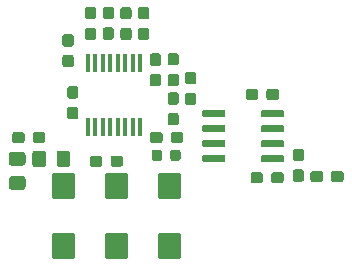
<source format=gbr>
G04 #@! TF.GenerationSoftware,KiCad,Pcbnew,5.1.5+dfsg1-2build2*
G04 #@! TF.CreationDate,2021-10-19T23:33:07+01:00*
G04 #@! TF.ProjectId,radiation_sensor,72616469-6174-4696-9f6e-5f73656e736f,rev?*
G04 #@! TF.SameCoordinates,Original*
G04 #@! TF.FileFunction,Paste,Top*
G04 #@! TF.FilePolarity,Positive*
%FSLAX46Y46*%
G04 Gerber Fmt 4.6, Leading zero omitted, Abs format (unit mm)*
G04 Created by KiCad (PCBNEW 5.1.5+dfsg1-2build2) date 2021-10-19 23:33:07*
%MOMM*%
%LPD*%
G04 APERTURE LIST*
%ADD10C,0.100000*%
%ADD11R,0.435000X1.526000*%
G04 APERTURE END LIST*
D10*
G36*
X130660779Y-64751144D02*
G01*
X130683834Y-64754563D01*
X130706443Y-64760227D01*
X130728387Y-64768079D01*
X130749457Y-64778044D01*
X130769448Y-64790026D01*
X130788168Y-64803910D01*
X130805438Y-64819562D01*
X130821090Y-64836832D01*
X130834974Y-64855552D01*
X130846956Y-64875543D01*
X130856921Y-64896613D01*
X130864773Y-64918557D01*
X130870437Y-64941166D01*
X130873856Y-64964221D01*
X130875000Y-64987500D01*
X130875000Y-65562500D01*
X130873856Y-65585779D01*
X130870437Y-65608834D01*
X130864773Y-65631443D01*
X130856921Y-65653387D01*
X130846956Y-65674457D01*
X130834974Y-65694448D01*
X130821090Y-65713168D01*
X130805438Y-65730438D01*
X130788168Y-65746090D01*
X130769448Y-65759974D01*
X130749457Y-65771956D01*
X130728387Y-65781921D01*
X130706443Y-65789773D01*
X130683834Y-65795437D01*
X130660779Y-65798856D01*
X130637500Y-65800000D01*
X130162500Y-65800000D01*
X130139221Y-65798856D01*
X130116166Y-65795437D01*
X130093557Y-65789773D01*
X130071613Y-65781921D01*
X130050543Y-65771956D01*
X130030552Y-65759974D01*
X130011832Y-65746090D01*
X129994562Y-65730438D01*
X129978910Y-65713168D01*
X129965026Y-65694448D01*
X129953044Y-65674457D01*
X129943079Y-65653387D01*
X129935227Y-65631443D01*
X129929563Y-65608834D01*
X129926144Y-65585779D01*
X129925000Y-65562500D01*
X129925000Y-64987500D01*
X129926144Y-64964221D01*
X129929563Y-64941166D01*
X129935227Y-64918557D01*
X129943079Y-64896613D01*
X129953044Y-64875543D01*
X129965026Y-64855552D01*
X129978910Y-64836832D01*
X129994562Y-64819562D01*
X130011832Y-64803910D01*
X130030552Y-64790026D01*
X130050543Y-64778044D01*
X130071613Y-64768079D01*
X130093557Y-64760227D01*
X130116166Y-64754563D01*
X130139221Y-64751144D01*
X130162500Y-64750000D01*
X130637500Y-64750000D01*
X130660779Y-64751144D01*
G37*
G36*
X130660779Y-63001144D02*
G01*
X130683834Y-63004563D01*
X130706443Y-63010227D01*
X130728387Y-63018079D01*
X130749457Y-63028044D01*
X130769448Y-63040026D01*
X130788168Y-63053910D01*
X130805438Y-63069562D01*
X130821090Y-63086832D01*
X130834974Y-63105552D01*
X130846956Y-63125543D01*
X130856921Y-63146613D01*
X130864773Y-63168557D01*
X130870437Y-63191166D01*
X130873856Y-63214221D01*
X130875000Y-63237500D01*
X130875000Y-63812500D01*
X130873856Y-63835779D01*
X130870437Y-63858834D01*
X130864773Y-63881443D01*
X130856921Y-63903387D01*
X130846956Y-63924457D01*
X130834974Y-63944448D01*
X130821090Y-63963168D01*
X130805438Y-63980438D01*
X130788168Y-63996090D01*
X130769448Y-64009974D01*
X130749457Y-64021956D01*
X130728387Y-64031921D01*
X130706443Y-64039773D01*
X130683834Y-64045437D01*
X130660779Y-64048856D01*
X130637500Y-64050000D01*
X130162500Y-64050000D01*
X130139221Y-64048856D01*
X130116166Y-64045437D01*
X130093557Y-64039773D01*
X130071613Y-64031921D01*
X130050543Y-64021956D01*
X130030552Y-64009974D01*
X130011832Y-63996090D01*
X129994562Y-63980438D01*
X129978910Y-63963168D01*
X129965026Y-63944448D01*
X129953044Y-63924457D01*
X129943079Y-63903387D01*
X129935227Y-63881443D01*
X129929563Y-63858834D01*
X129926144Y-63835779D01*
X129925000Y-63812500D01*
X129925000Y-63237500D01*
X129926144Y-63214221D01*
X129929563Y-63191166D01*
X129935227Y-63168557D01*
X129943079Y-63146613D01*
X129953044Y-63125543D01*
X129965026Y-63105552D01*
X129978910Y-63086832D01*
X129994562Y-63069562D01*
X130011832Y-63053910D01*
X130030552Y-63040026D01*
X130050543Y-63028044D01*
X130071613Y-63018079D01*
X130093557Y-63010227D01*
X130116166Y-63004563D01*
X130139221Y-63001144D01*
X130162500Y-63000000D01*
X130637500Y-63000000D01*
X130660779Y-63001144D01*
G37*
G36*
X137752691Y-68376053D02*
G01*
X137773926Y-68379203D01*
X137794750Y-68384419D01*
X137814962Y-68391651D01*
X137834368Y-68400830D01*
X137852781Y-68411866D01*
X137870024Y-68424654D01*
X137885930Y-68439070D01*
X137900346Y-68454976D01*
X137913134Y-68472219D01*
X137924170Y-68490632D01*
X137933349Y-68510038D01*
X137940581Y-68530250D01*
X137945797Y-68551074D01*
X137948947Y-68572309D01*
X137950000Y-68593750D01*
X137950000Y-69106250D01*
X137948947Y-69127691D01*
X137945797Y-69148926D01*
X137940581Y-69169750D01*
X137933349Y-69189962D01*
X137924170Y-69209368D01*
X137913134Y-69227781D01*
X137900346Y-69245024D01*
X137885930Y-69260930D01*
X137870024Y-69275346D01*
X137852781Y-69288134D01*
X137834368Y-69299170D01*
X137814962Y-69308349D01*
X137794750Y-69315581D01*
X137773926Y-69320797D01*
X137752691Y-69323947D01*
X137731250Y-69325000D01*
X137293750Y-69325000D01*
X137272309Y-69323947D01*
X137251074Y-69320797D01*
X137230250Y-69315581D01*
X137210038Y-69308349D01*
X137190632Y-69299170D01*
X137172219Y-69288134D01*
X137154976Y-69275346D01*
X137139070Y-69260930D01*
X137124654Y-69245024D01*
X137111866Y-69227781D01*
X137100830Y-69209368D01*
X137091651Y-69189962D01*
X137084419Y-69169750D01*
X137079203Y-69148926D01*
X137076053Y-69127691D01*
X137075000Y-69106250D01*
X137075000Y-68593750D01*
X137076053Y-68572309D01*
X137079203Y-68551074D01*
X137084419Y-68530250D01*
X137091651Y-68510038D01*
X137100830Y-68490632D01*
X137111866Y-68472219D01*
X137124654Y-68454976D01*
X137139070Y-68439070D01*
X137154976Y-68424654D01*
X137172219Y-68411866D01*
X137190632Y-68400830D01*
X137210038Y-68391651D01*
X137230250Y-68384419D01*
X137251074Y-68379203D01*
X137272309Y-68376053D01*
X137293750Y-68375000D01*
X137731250Y-68375000D01*
X137752691Y-68376053D01*
G37*
G36*
X139327691Y-68376053D02*
G01*
X139348926Y-68379203D01*
X139369750Y-68384419D01*
X139389962Y-68391651D01*
X139409368Y-68400830D01*
X139427781Y-68411866D01*
X139445024Y-68424654D01*
X139460930Y-68439070D01*
X139475346Y-68454976D01*
X139488134Y-68472219D01*
X139499170Y-68490632D01*
X139508349Y-68510038D01*
X139515581Y-68530250D01*
X139520797Y-68551074D01*
X139523947Y-68572309D01*
X139525000Y-68593750D01*
X139525000Y-69106250D01*
X139523947Y-69127691D01*
X139520797Y-69148926D01*
X139515581Y-69169750D01*
X139508349Y-69189962D01*
X139499170Y-69209368D01*
X139488134Y-69227781D01*
X139475346Y-69245024D01*
X139460930Y-69260930D01*
X139445024Y-69275346D01*
X139427781Y-69288134D01*
X139409368Y-69299170D01*
X139389962Y-69308349D01*
X139369750Y-69315581D01*
X139348926Y-69320797D01*
X139327691Y-69323947D01*
X139306250Y-69325000D01*
X138868750Y-69325000D01*
X138847309Y-69323947D01*
X138826074Y-69320797D01*
X138805250Y-69315581D01*
X138785038Y-69308349D01*
X138765632Y-69299170D01*
X138747219Y-69288134D01*
X138729976Y-69275346D01*
X138714070Y-69260930D01*
X138699654Y-69245024D01*
X138686866Y-69227781D01*
X138675830Y-69209368D01*
X138666651Y-69189962D01*
X138659419Y-69169750D01*
X138654203Y-69148926D01*
X138651053Y-69127691D01*
X138650000Y-69106250D01*
X138650000Y-68593750D01*
X138651053Y-68572309D01*
X138654203Y-68551074D01*
X138659419Y-68530250D01*
X138666651Y-68510038D01*
X138675830Y-68490632D01*
X138686866Y-68472219D01*
X138699654Y-68454976D01*
X138714070Y-68439070D01*
X138729976Y-68424654D01*
X138747219Y-68411866D01*
X138765632Y-68400830D01*
X138785038Y-68391651D01*
X138805250Y-68384419D01*
X138826074Y-68379203D01*
X138847309Y-68376053D01*
X138868750Y-68375000D01*
X139306250Y-68375000D01*
X139327691Y-68376053D01*
G37*
G36*
X148139703Y-65030722D02*
G01*
X148154264Y-65032882D01*
X148168543Y-65036459D01*
X148182403Y-65041418D01*
X148195710Y-65047712D01*
X148208336Y-65055280D01*
X148220159Y-65064048D01*
X148231066Y-65073934D01*
X148240952Y-65084841D01*
X148249720Y-65096664D01*
X148257288Y-65109290D01*
X148263582Y-65122597D01*
X148268541Y-65136457D01*
X148272118Y-65150736D01*
X148274278Y-65165297D01*
X148275000Y-65180000D01*
X148275000Y-65480000D01*
X148274278Y-65494703D01*
X148272118Y-65509264D01*
X148268541Y-65523543D01*
X148263582Y-65537403D01*
X148257288Y-65550710D01*
X148249720Y-65563336D01*
X148240952Y-65575159D01*
X148231066Y-65586066D01*
X148220159Y-65595952D01*
X148208336Y-65604720D01*
X148195710Y-65612288D01*
X148182403Y-65618582D01*
X148168543Y-65623541D01*
X148154264Y-65627118D01*
X148139703Y-65629278D01*
X148125000Y-65630000D01*
X146475000Y-65630000D01*
X146460297Y-65629278D01*
X146445736Y-65627118D01*
X146431457Y-65623541D01*
X146417597Y-65618582D01*
X146404290Y-65612288D01*
X146391664Y-65604720D01*
X146379841Y-65595952D01*
X146368934Y-65586066D01*
X146359048Y-65575159D01*
X146350280Y-65563336D01*
X146342712Y-65550710D01*
X146336418Y-65537403D01*
X146331459Y-65523543D01*
X146327882Y-65509264D01*
X146325722Y-65494703D01*
X146325000Y-65480000D01*
X146325000Y-65180000D01*
X146325722Y-65165297D01*
X146327882Y-65150736D01*
X146331459Y-65136457D01*
X146336418Y-65122597D01*
X146342712Y-65109290D01*
X146350280Y-65096664D01*
X146359048Y-65084841D01*
X146368934Y-65073934D01*
X146379841Y-65064048D01*
X146391664Y-65055280D01*
X146404290Y-65047712D01*
X146417597Y-65041418D01*
X146431457Y-65036459D01*
X146445736Y-65032882D01*
X146460297Y-65030722D01*
X146475000Y-65030000D01*
X148125000Y-65030000D01*
X148139703Y-65030722D01*
G37*
G36*
X148139703Y-66300722D02*
G01*
X148154264Y-66302882D01*
X148168543Y-66306459D01*
X148182403Y-66311418D01*
X148195710Y-66317712D01*
X148208336Y-66325280D01*
X148220159Y-66334048D01*
X148231066Y-66343934D01*
X148240952Y-66354841D01*
X148249720Y-66366664D01*
X148257288Y-66379290D01*
X148263582Y-66392597D01*
X148268541Y-66406457D01*
X148272118Y-66420736D01*
X148274278Y-66435297D01*
X148275000Y-66450000D01*
X148275000Y-66750000D01*
X148274278Y-66764703D01*
X148272118Y-66779264D01*
X148268541Y-66793543D01*
X148263582Y-66807403D01*
X148257288Y-66820710D01*
X148249720Y-66833336D01*
X148240952Y-66845159D01*
X148231066Y-66856066D01*
X148220159Y-66865952D01*
X148208336Y-66874720D01*
X148195710Y-66882288D01*
X148182403Y-66888582D01*
X148168543Y-66893541D01*
X148154264Y-66897118D01*
X148139703Y-66899278D01*
X148125000Y-66900000D01*
X146475000Y-66900000D01*
X146460297Y-66899278D01*
X146445736Y-66897118D01*
X146431457Y-66893541D01*
X146417597Y-66888582D01*
X146404290Y-66882288D01*
X146391664Y-66874720D01*
X146379841Y-66865952D01*
X146368934Y-66856066D01*
X146359048Y-66845159D01*
X146350280Y-66833336D01*
X146342712Y-66820710D01*
X146336418Y-66807403D01*
X146331459Y-66793543D01*
X146327882Y-66779264D01*
X146325722Y-66764703D01*
X146325000Y-66750000D01*
X146325000Y-66450000D01*
X146325722Y-66435297D01*
X146327882Y-66420736D01*
X146331459Y-66406457D01*
X146336418Y-66392597D01*
X146342712Y-66379290D01*
X146350280Y-66366664D01*
X146359048Y-66354841D01*
X146368934Y-66343934D01*
X146379841Y-66334048D01*
X146391664Y-66325280D01*
X146404290Y-66317712D01*
X146417597Y-66311418D01*
X146431457Y-66306459D01*
X146445736Y-66302882D01*
X146460297Y-66300722D01*
X146475000Y-66300000D01*
X148125000Y-66300000D01*
X148139703Y-66300722D01*
G37*
G36*
X148139703Y-67570722D02*
G01*
X148154264Y-67572882D01*
X148168543Y-67576459D01*
X148182403Y-67581418D01*
X148195710Y-67587712D01*
X148208336Y-67595280D01*
X148220159Y-67604048D01*
X148231066Y-67613934D01*
X148240952Y-67624841D01*
X148249720Y-67636664D01*
X148257288Y-67649290D01*
X148263582Y-67662597D01*
X148268541Y-67676457D01*
X148272118Y-67690736D01*
X148274278Y-67705297D01*
X148275000Y-67720000D01*
X148275000Y-68020000D01*
X148274278Y-68034703D01*
X148272118Y-68049264D01*
X148268541Y-68063543D01*
X148263582Y-68077403D01*
X148257288Y-68090710D01*
X148249720Y-68103336D01*
X148240952Y-68115159D01*
X148231066Y-68126066D01*
X148220159Y-68135952D01*
X148208336Y-68144720D01*
X148195710Y-68152288D01*
X148182403Y-68158582D01*
X148168543Y-68163541D01*
X148154264Y-68167118D01*
X148139703Y-68169278D01*
X148125000Y-68170000D01*
X146475000Y-68170000D01*
X146460297Y-68169278D01*
X146445736Y-68167118D01*
X146431457Y-68163541D01*
X146417597Y-68158582D01*
X146404290Y-68152288D01*
X146391664Y-68144720D01*
X146379841Y-68135952D01*
X146368934Y-68126066D01*
X146359048Y-68115159D01*
X146350280Y-68103336D01*
X146342712Y-68090710D01*
X146336418Y-68077403D01*
X146331459Y-68063543D01*
X146327882Y-68049264D01*
X146325722Y-68034703D01*
X146325000Y-68020000D01*
X146325000Y-67720000D01*
X146325722Y-67705297D01*
X146327882Y-67690736D01*
X146331459Y-67676457D01*
X146336418Y-67662597D01*
X146342712Y-67649290D01*
X146350280Y-67636664D01*
X146359048Y-67624841D01*
X146368934Y-67613934D01*
X146379841Y-67604048D01*
X146391664Y-67595280D01*
X146404290Y-67587712D01*
X146417597Y-67581418D01*
X146431457Y-67576459D01*
X146445736Y-67572882D01*
X146460297Y-67570722D01*
X146475000Y-67570000D01*
X148125000Y-67570000D01*
X148139703Y-67570722D01*
G37*
G36*
X148139703Y-68840722D02*
G01*
X148154264Y-68842882D01*
X148168543Y-68846459D01*
X148182403Y-68851418D01*
X148195710Y-68857712D01*
X148208336Y-68865280D01*
X148220159Y-68874048D01*
X148231066Y-68883934D01*
X148240952Y-68894841D01*
X148249720Y-68906664D01*
X148257288Y-68919290D01*
X148263582Y-68932597D01*
X148268541Y-68946457D01*
X148272118Y-68960736D01*
X148274278Y-68975297D01*
X148275000Y-68990000D01*
X148275000Y-69290000D01*
X148274278Y-69304703D01*
X148272118Y-69319264D01*
X148268541Y-69333543D01*
X148263582Y-69347403D01*
X148257288Y-69360710D01*
X148249720Y-69373336D01*
X148240952Y-69385159D01*
X148231066Y-69396066D01*
X148220159Y-69405952D01*
X148208336Y-69414720D01*
X148195710Y-69422288D01*
X148182403Y-69428582D01*
X148168543Y-69433541D01*
X148154264Y-69437118D01*
X148139703Y-69439278D01*
X148125000Y-69440000D01*
X146475000Y-69440000D01*
X146460297Y-69439278D01*
X146445736Y-69437118D01*
X146431457Y-69433541D01*
X146417597Y-69428582D01*
X146404290Y-69422288D01*
X146391664Y-69414720D01*
X146379841Y-69405952D01*
X146368934Y-69396066D01*
X146359048Y-69385159D01*
X146350280Y-69373336D01*
X146342712Y-69360710D01*
X146336418Y-69347403D01*
X146331459Y-69333543D01*
X146327882Y-69319264D01*
X146325722Y-69304703D01*
X146325000Y-69290000D01*
X146325000Y-68990000D01*
X146325722Y-68975297D01*
X146327882Y-68960736D01*
X146331459Y-68946457D01*
X146336418Y-68932597D01*
X146342712Y-68919290D01*
X146350280Y-68906664D01*
X146359048Y-68894841D01*
X146368934Y-68883934D01*
X146379841Y-68874048D01*
X146391664Y-68865280D01*
X146404290Y-68857712D01*
X146417597Y-68851418D01*
X146431457Y-68846459D01*
X146445736Y-68842882D01*
X146460297Y-68840722D01*
X146475000Y-68840000D01*
X148125000Y-68840000D01*
X148139703Y-68840722D01*
G37*
G36*
X143189703Y-68840722D02*
G01*
X143204264Y-68842882D01*
X143218543Y-68846459D01*
X143232403Y-68851418D01*
X143245710Y-68857712D01*
X143258336Y-68865280D01*
X143270159Y-68874048D01*
X143281066Y-68883934D01*
X143290952Y-68894841D01*
X143299720Y-68906664D01*
X143307288Y-68919290D01*
X143313582Y-68932597D01*
X143318541Y-68946457D01*
X143322118Y-68960736D01*
X143324278Y-68975297D01*
X143325000Y-68990000D01*
X143325000Y-69290000D01*
X143324278Y-69304703D01*
X143322118Y-69319264D01*
X143318541Y-69333543D01*
X143313582Y-69347403D01*
X143307288Y-69360710D01*
X143299720Y-69373336D01*
X143290952Y-69385159D01*
X143281066Y-69396066D01*
X143270159Y-69405952D01*
X143258336Y-69414720D01*
X143245710Y-69422288D01*
X143232403Y-69428582D01*
X143218543Y-69433541D01*
X143204264Y-69437118D01*
X143189703Y-69439278D01*
X143175000Y-69440000D01*
X141525000Y-69440000D01*
X141510297Y-69439278D01*
X141495736Y-69437118D01*
X141481457Y-69433541D01*
X141467597Y-69428582D01*
X141454290Y-69422288D01*
X141441664Y-69414720D01*
X141429841Y-69405952D01*
X141418934Y-69396066D01*
X141409048Y-69385159D01*
X141400280Y-69373336D01*
X141392712Y-69360710D01*
X141386418Y-69347403D01*
X141381459Y-69333543D01*
X141377882Y-69319264D01*
X141375722Y-69304703D01*
X141375000Y-69290000D01*
X141375000Y-68990000D01*
X141375722Y-68975297D01*
X141377882Y-68960736D01*
X141381459Y-68946457D01*
X141386418Y-68932597D01*
X141392712Y-68919290D01*
X141400280Y-68906664D01*
X141409048Y-68894841D01*
X141418934Y-68883934D01*
X141429841Y-68874048D01*
X141441664Y-68865280D01*
X141454290Y-68857712D01*
X141467597Y-68851418D01*
X141481457Y-68846459D01*
X141495736Y-68842882D01*
X141510297Y-68840722D01*
X141525000Y-68840000D01*
X143175000Y-68840000D01*
X143189703Y-68840722D01*
G37*
G36*
X143189703Y-67570722D02*
G01*
X143204264Y-67572882D01*
X143218543Y-67576459D01*
X143232403Y-67581418D01*
X143245710Y-67587712D01*
X143258336Y-67595280D01*
X143270159Y-67604048D01*
X143281066Y-67613934D01*
X143290952Y-67624841D01*
X143299720Y-67636664D01*
X143307288Y-67649290D01*
X143313582Y-67662597D01*
X143318541Y-67676457D01*
X143322118Y-67690736D01*
X143324278Y-67705297D01*
X143325000Y-67720000D01*
X143325000Y-68020000D01*
X143324278Y-68034703D01*
X143322118Y-68049264D01*
X143318541Y-68063543D01*
X143313582Y-68077403D01*
X143307288Y-68090710D01*
X143299720Y-68103336D01*
X143290952Y-68115159D01*
X143281066Y-68126066D01*
X143270159Y-68135952D01*
X143258336Y-68144720D01*
X143245710Y-68152288D01*
X143232403Y-68158582D01*
X143218543Y-68163541D01*
X143204264Y-68167118D01*
X143189703Y-68169278D01*
X143175000Y-68170000D01*
X141525000Y-68170000D01*
X141510297Y-68169278D01*
X141495736Y-68167118D01*
X141481457Y-68163541D01*
X141467597Y-68158582D01*
X141454290Y-68152288D01*
X141441664Y-68144720D01*
X141429841Y-68135952D01*
X141418934Y-68126066D01*
X141409048Y-68115159D01*
X141400280Y-68103336D01*
X141392712Y-68090710D01*
X141386418Y-68077403D01*
X141381459Y-68063543D01*
X141377882Y-68049264D01*
X141375722Y-68034703D01*
X141375000Y-68020000D01*
X141375000Y-67720000D01*
X141375722Y-67705297D01*
X141377882Y-67690736D01*
X141381459Y-67676457D01*
X141386418Y-67662597D01*
X141392712Y-67649290D01*
X141400280Y-67636664D01*
X141409048Y-67624841D01*
X141418934Y-67613934D01*
X141429841Y-67604048D01*
X141441664Y-67595280D01*
X141454290Y-67587712D01*
X141467597Y-67581418D01*
X141481457Y-67576459D01*
X141495736Y-67572882D01*
X141510297Y-67570722D01*
X141525000Y-67570000D01*
X143175000Y-67570000D01*
X143189703Y-67570722D01*
G37*
G36*
X143189703Y-66300722D02*
G01*
X143204264Y-66302882D01*
X143218543Y-66306459D01*
X143232403Y-66311418D01*
X143245710Y-66317712D01*
X143258336Y-66325280D01*
X143270159Y-66334048D01*
X143281066Y-66343934D01*
X143290952Y-66354841D01*
X143299720Y-66366664D01*
X143307288Y-66379290D01*
X143313582Y-66392597D01*
X143318541Y-66406457D01*
X143322118Y-66420736D01*
X143324278Y-66435297D01*
X143325000Y-66450000D01*
X143325000Y-66750000D01*
X143324278Y-66764703D01*
X143322118Y-66779264D01*
X143318541Y-66793543D01*
X143313582Y-66807403D01*
X143307288Y-66820710D01*
X143299720Y-66833336D01*
X143290952Y-66845159D01*
X143281066Y-66856066D01*
X143270159Y-66865952D01*
X143258336Y-66874720D01*
X143245710Y-66882288D01*
X143232403Y-66888582D01*
X143218543Y-66893541D01*
X143204264Y-66897118D01*
X143189703Y-66899278D01*
X143175000Y-66900000D01*
X141525000Y-66900000D01*
X141510297Y-66899278D01*
X141495736Y-66897118D01*
X141481457Y-66893541D01*
X141467597Y-66888582D01*
X141454290Y-66882288D01*
X141441664Y-66874720D01*
X141429841Y-66865952D01*
X141418934Y-66856066D01*
X141409048Y-66845159D01*
X141400280Y-66833336D01*
X141392712Y-66820710D01*
X141386418Y-66807403D01*
X141381459Y-66793543D01*
X141377882Y-66779264D01*
X141375722Y-66764703D01*
X141375000Y-66750000D01*
X141375000Y-66450000D01*
X141375722Y-66435297D01*
X141377882Y-66420736D01*
X141381459Y-66406457D01*
X141386418Y-66392597D01*
X141392712Y-66379290D01*
X141400280Y-66366664D01*
X141409048Y-66354841D01*
X141418934Y-66343934D01*
X141429841Y-66334048D01*
X141441664Y-66325280D01*
X141454290Y-66317712D01*
X141467597Y-66311418D01*
X141481457Y-66306459D01*
X141495736Y-66302882D01*
X141510297Y-66300722D01*
X141525000Y-66300000D01*
X143175000Y-66300000D01*
X143189703Y-66300722D01*
G37*
G36*
X143189703Y-65030722D02*
G01*
X143204264Y-65032882D01*
X143218543Y-65036459D01*
X143232403Y-65041418D01*
X143245710Y-65047712D01*
X143258336Y-65055280D01*
X143270159Y-65064048D01*
X143281066Y-65073934D01*
X143290952Y-65084841D01*
X143299720Y-65096664D01*
X143307288Y-65109290D01*
X143313582Y-65122597D01*
X143318541Y-65136457D01*
X143322118Y-65150736D01*
X143324278Y-65165297D01*
X143325000Y-65180000D01*
X143325000Y-65480000D01*
X143324278Y-65494703D01*
X143322118Y-65509264D01*
X143318541Y-65523543D01*
X143313582Y-65537403D01*
X143307288Y-65550710D01*
X143299720Y-65563336D01*
X143290952Y-65575159D01*
X143281066Y-65586066D01*
X143270159Y-65595952D01*
X143258336Y-65604720D01*
X143245710Y-65612288D01*
X143232403Y-65618582D01*
X143218543Y-65623541D01*
X143204264Y-65627118D01*
X143189703Y-65629278D01*
X143175000Y-65630000D01*
X141525000Y-65630000D01*
X141510297Y-65629278D01*
X141495736Y-65627118D01*
X141481457Y-65623541D01*
X141467597Y-65618582D01*
X141454290Y-65612288D01*
X141441664Y-65604720D01*
X141429841Y-65595952D01*
X141418934Y-65586066D01*
X141409048Y-65575159D01*
X141400280Y-65563336D01*
X141392712Y-65550710D01*
X141386418Y-65537403D01*
X141381459Y-65523543D01*
X141377882Y-65509264D01*
X141375722Y-65494703D01*
X141375000Y-65480000D01*
X141375000Y-65180000D01*
X141375722Y-65165297D01*
X141377882Y-65150736D01*
X141381459Y-65136457D01*
X141386418Y-65122597D01*
X141392712Y-65109290D01*
X141400280Y-65096664D01*
X141409048Y-65084841D01*
X141418934Y-65073934D01*
X141429841Y-65064048D01*
X141441664Y-65055280D01*
X141454290Y-65047712D01*
X141467597Y-65041418D01*
X141481457Y-65036459D01*
X141495736Y-65032882D01*
X141510297Y-65030722D01*
X141525000Y-65030000D01*
X143175000Y-65030000D01*
X143189703Y-65030722D01*
G37*
G36*
X148035779Y-70276144D02*
G01*
X148058834Y-70279563D01*
X148081443Y-70285227D01*
X148103387Y-70293079D01*
X148124457Y-70303044D01*
X148144448Y-70315026D01*
X148163168Y-70328910D01*
X148180438Y-70344562D01*
X148196090Y-70361832D01*
X148209974Y-70380552D01*
X148221956Y-70400543D01*
X148231921Y-70421613D01*
X148239773Y-70443557D01*
X148245437Y-70466166D01*
X148248856Y-70489221D01*
X148250000Y-70512500D01*
X148250000Y-70987500D01*
X148248856Y-71010779D01*
X148245437Y-71033834D01*
X148239773Y-71056443D01*
X148231921Y-71078387D01*
X148221956Y-71099457D01*
X148209974Y-71119448D01*
X148196090Y-71138168D01*
X148180438Y-71155438D01*
X148163168Y-71171090D01*
X148144448Y-71184974D01*
X148124457Y-71196956D01*
X148103387Y-71206921D01*
X148081443Y-71214773D01*
X148058834Y-71220437D01*
X148035779Y-71223856D01*
X148012500Y-71225000D01*
X147437500Y-71225000D01*
X147414221Y-71223856D01*
X147391166Y-71220437D01*
X147368557Y-71214773D01*
X147346613Y-71206921D01*
X147325543Y-71196956D01*
X147305552Y-71184974D01*
X147286832Y-71171090D01*
X147269562Y-71155438D01*
X147253910Y-71138168D01*
X147240026Y-71119448D01*
X147228044Y-71099457D01*
X147218079Y-71078387D01*
X147210227Y-71056443D01*
X147204563Y-71033834D01*
X147201144Y-71010779D01*
X147200000Y-70987500D01*
X147200000Y-70512500D01*
X147201144Y-70489221D01*
X147204563Y-70466166D01*
X147210227Y-70443557D01*
X147218079Y-70421613D01*
X147228044Y-70400543D01*
X147240026Y-70380552D01*
X147253910Y-70361832D01*
X147269562Y-70344562D01*
X147286832Y-70328910D01*
X147305552Y-70315026D01*
X147325543Y-70303044D01*
X147346613Y-70293079D01*
X147368557Y-70285227D01*
X147391166Y-70279563D01*
X147414221Y-70276144D01*
X147437500Y-70275000D01*
X148012500Y-70275000D01*
X148035779Y-70276144D01*
G37*
G36*
X146285779Y-70276144D02*
G01*
X146308834Y-70279563D01*
X146331443Y-70285227D01*
X146353387Y-70293079D01*
X146374457Y-70303044D01*
X146394448Y-70315026D01*
X146413168Y-70328910D01*
X146430438Y-70344562D01*
X146446090Y-70361832D01*
X146459974Y-70380552D01*
X146471956Y-70400543D01*
X146481921Y-70421613D01*
X146489773Y-70443557D01*
X146495437Y-70466166D01*
X146498856Y-70489221D01*
X146500000Y-70512500D01*
X146500000Y-70987500D01*
X146498856Y-71010779D01*
X146495437Y-71033834D01*
X146489773Y-71056443D01*
X146481921Y-71078387D01*
X146471956Y-71099457D01*
X146459974Y-71119448D01*
X146446090Y-71138168D01*
X146430438Y-71155438D01*
X146413168Y-71171090D01*
X146394448Y-71184974D01*
X146374457Y-71196956D01*
X146353387Y-71206921D01*
X146331443Y-71214773D01*
X146308834Y-71220437D01*
X146285779Y-71223856D01*
X146262500Y-71225000D01*
X145687500Y-71225000D01*
X145664221Y-71223856D01*
X145641166Y-71220437D01*
X145618557Y-71214773D01*
X145596613Y-71206921D01*
X145575543Y-71196956D01*
X145555552Y-71184974D01*
X145536832Y-71171090D01*
X145519562Y-71155438D01*
X145503910Y-71138168D01*
X145490026Y-71119448D01*
X145478044Y-71099457D01*
X145468079Y-71078387D01*
X145460227Y-71056443D01*
X145454563Y-71033834D01*
X145451144Y-71010779D01*
X145450000Y-70987500D01*
X145450000Y-70512500D01*
X145451144Y-70489221D01*
X145454563Y-70466166D01*
X145460227Y-70443557D01*
X145468079Y-70421613D01*
X145478044Y-70400543D01*
X145490026Y-70380552D01*
X145503910Y-70361832D01*
X145519562Y-70344562D01*
X145536832Y-70328910D01*
X145555552Y-70315026D01*
X145575543Y-70303044D01*
X145596613Y-70293079D01*
X145618557Y-70285227D01*
X145641166Y-70279563D01*
X145664221Y-70276144D01*
X145687500Y-70275000D01*
X146262500Y-70275000D01*
X146285779Y-70276144D01*
G37*
G36*
X149760779Y-70051144D02*
G01*
X149783834Y-70054563D01*
X149806443Y-70060227D01*
X149828387Y-70068079D01*
X149849457Y-70078044D01*
X149869448Y-70090026D01*
X149888168Y-70103910D01*
X149905438Y-70119562D01*
X149921090Y-70136832D01*
X149934974Y-70155552D01*
X149946956Y-70175543D01*
X149956921Y-70196613D01*
X149964773Y-70218557D01*
X149970437Y-70241166D01*
X149973856Y-70264221D01*
X149975000Y-70287500D01*
X149975000Y-70862500D01*
X149973856Y-70885779D01*
X149970437Y-70908834D01*
X149964773Y-70931443D01*
X149956921Y-70953387D01*
X149946956Y-70974457D01*
X149934974Y-70994448D01*
X149921090Y-71013168D01*
X149905438Y-71030438D01*
X149888168Y-71046090D01*
X149869448Y-71059974D01*
X149849457Y-71071956D01*
X149828387Y-71081921D01*
X149806443Y-71089773D01*
X149783834Y-71095437D01*
X149760779Y-71098856D01*
X149737500Y-71100000D01*
X149262500Y-71100000D01*
X149239221Y-71098856D01*
X149216166Y-71095437D01*
X149193557Y-71089773D01*
X149171613Y-71081921D01*
X149150543Y-71071956D01*
X149130552Y-71059974D01*
X149111832Y-71046090D01*
X149094562Y-71030438D01*
X149078910Y-71013168D01*
X149065026Y-70994448D01*
X149053044Y-70974457D01*
X149043079Y-70953387D01*
X149035227Y-70931443D01*
X149029563Y-70908834D01*
X149026144Y-70885779D01*
X149025000Y-70862500D01*
X149025000Y-70287500D01*
X149026144Y-70264221D01*
X149029563Y-70241166D01*
X149035227Y-70218557D01*
X149043079Y-70196613D01*
X149053044Y-70175543D01*
X149065026Y-70155552D01*
X149078910Y-70136832D01*
X149094562Y-70119562D01*
X149111832Y-70103910D01*
X149130552Y-70090026D01*
X149150543Y-70078044D01*
X149171613Y-70068079D01*
X149193557Y-70060227D01*
X149216166Y-70054563D01*
X149239221Y-70051144D01*
X149262500Y-70050000D01*
X149737500Y-70050000D01*
X149760779Y-70051144D01*
G37*
G36*
X149760779Y-68301144D02*
G01*
X149783834Y-68304563D01*
X149806443Y-68310227D01*
X149828387Y-68318079D01*
X149849457Y-68328044D01*
X149869448Y-68340026D01*
X149888168Y-68353910D01*
X149905438Y-68369562D01*
X149921090Y-68386832D01*
X149934974Y-68405552D01*
X149946956Y-68425543D01*
X149956921Y-68446613D01*
X149964773Y-68468557D01*
X149970437Y-68491166D01*
X149973856Y-68514221D01*
X149975000Y-68537500D01*
X149975000Y-69112500D01*
X149973856Y-69135779D01*
X149970437Y-69158834D01*
X149964773Y-69181443D01*
X149956921Y-69203387D01*
X149946956Y-69224457D01*
X149934974Y-69244448D01*
X149921090Y-69263168D01*
X149905438Y-69280438D01*
X149888168Y-69296090D01*
X149869448Y-69309974D01*
X149849457Y-69321956D01*
X149828387Y-69331921D01*
X149806443Y-69339773D01*
X149783834Y-69345437D01*
X149760779Y-69348856D01*
X149737500Y-69350000D01*
X149262500Y-69350000D01*
X149239221Y-69348856D01*
X149216166Y-69345437D01*
X149193557Y-69339773D01*
X149171613Y-69331921D01*
X149150543Y-69321956D01*
X149130552Y-69309974D01*
X149111832Y-69296090D01*
X149094562Y-69280438D01*
X149078910Y-69263168D01*
X149065026Y-69244448D01*
X149053044Y-69224457D01*
X149043079Y-69203387D01*
X149035227Y-69181443D01*
X149029563Y-69158834D01*
X149026144Y-69135779D01*
X149025000Y-69112500D01*
X149025000Y-68537500D01*
X149026144Y-68514221D01*
X149029563Y-68491166D01*
X149035227Y-68468557D01*
X149043079Y-68446613D01*
X149053044Y-68425543D01*
X149065026Y-68405552D01*
X149078910Y-68386832D01*
X149094562Y-68369562D01*
X149111832Y-68353910D01*
X149130552Y-68340026D01*
X149150543Y-68328044D01*
X149171613Y-68318079D01*
X149193557Y-68310227D01*
X149216166Y-68304563D01*
X149239221Y-68301144D01*
X149262500Y-68300000D01*
X149737500Y-68300000D01*
X149760779Y-68301144D01*
G37*
G36*
X139160779Y-63526144D02*
G01*
X139183834Y-63529563D01*
X139206443Y-63535227D01*
X139228387Y-63543079D01*
X139249457Y-63553044D01*
X139269448Y-63565026D01*
X139288168Y-63578910D01*
X139305438Y-63594562D01*
X139321090Y-63611832D01*
X139334974Y-63630552D01*
X139346956Y-63650543D01*
X139356921Y-63671613D01*
X139364773Y-63693557D01*
X139370437Y-63716166D01*
X139373856Y-63739221D01*
X139375000Y-63762500D01*
X139375000Y-64337500D01*
X139373856Y-64360779D01*
X139370437Y-64383834D01*
X139364773Y-64406443D01*
X139356921Y-64428387D01*
X139346956Y-64449457D01*
X139334974Y-64469448D01*
X139321090Y-64488168D01*
X139305438Y-64505438D01*
X139288168Y-64521090D01*
X139269448Y-64534974D01*
X139249457Y-64546956D01*
X139228387Y-64556921D01*
X139206443Y-64564773D01*
X139183834Y-64570437D01*
X139160779Y-64573856D01*
X139137500Y-64575000D01*
X138662500Y-64575000D01*
X138639221Y-64573856D01*
X138616166Y-64570437D01*
X138593557Y-64564773D01*
X138571613Y-64556921D01*
X138550543Y-64546956D01*
X138530552Y-64534974D01*
X138511832Y-64521090D01*
X138494562Y-64505438D01*
X138478910Y-64488168D01*
X138465026Y-64469448D01*
X138453044Y-64449457D01*
X138443079Y-64428387D01*
X138435227Y-64406443D01*
X138429563Y-64383834D01*
X138426144Y-64360779D01*
X138425000Y-64337500D01*
X138425000Y-63762500D01*
X138426144Y-63739221D01*
X138429563Y-63716166D01*
X138435227Y-63693557D01*
X138443079Y-63671613D01*
X138453044Y-63650543D01*
X138465026Y-63630552D01*
X138478910Y-63611832D01*
X138494562Y-63594562D01*
X138511832Y-63578910D01*
X138530552Y-63565026D01*
X138550543Y-63553044D01*
X138571613Y-63543079D01*
X138593557Y-63535227D01*
X138616166Y-63529563D01*
X138639221Y-63526144D01*
X138662500Y-63525000D01*
X139137500Y-63525000D01*
X139160779Y-63526144D01*
G37*
G36*
X139160779Y-65276144D02*
G01*
X139183834Y-65279563D01*
X139206443Y-65285227D01*
X139228387Y-65293079D01*
X139249457Y-65303044D01*
X139269448Y-65315026D01*
X139288168Y-65328910D01*
X139305438Y-65344562D01*
X139321090Y-65361832D01*
X139334974Y-65380552D01*
X139346956Y-65400543D01*
X139356921Y-65421613D01*
X139364773Y-65443557D01*
X139370437Y-65466166D01*
X139373856Y-65489221D01*
X139375000Y-65512500D01*
X139375000Y-66087500D01*
X139373856Y-66110779D01*
X139370437Y-66133834D01*
X139364773Y-66156443D01*
X139356921Y-66178387D01*
X139346956Y-66199457D01*
X139334974Y-66219448D01*
X139321090Y-66238168D01*
X139305438Y-66255438D01*
X139288168Y-66271090D01*
X139269448Y-66284974D01*
X139249457Y-66296956D01*
X139228387Y-66306921D01*
X139206443Y-66314773D01*
X139183834Y-66320437D01*
X139160779Y-66323856D01*
X139137500Y-66325000D01*
X138662500Y-66325000D01*
X138639221Y-66323856D01*
X138616166Y-66320437D01*
X138593557Y-66314773D01*
X138571613Y-66306921D01*
X138550543Y-66296956D01*
X138530552Y-66284974D01*
X138511832Y-66271090D01*
X138494562Y-66255438D01*
X138478910Y-66238168D01*
X138465026Y-66219448D01*
X138453044Y-66199457D01*
X138443079Y-66178387D01*
X138435227Y-66156443D01*
X138429563Y-66133834D01*
X138426144Y-66110779D01*
X138425000Y-66087500D01*
X138425000Y-65512500D01*
X138426144Y-65489221D01*
X138429563Y-65466166D01*
X138435227Y-65443557D01*
X138443079Y-65421613D01*
X138453044Y-65400543D01*
X138465026Y-65380552D01*
X138478910Y-65361832D01*
X138494562Y-65344562D01*
X138511832Y-65328910D01*
X138530552Y-65315026D01*
X138550543Y-65303044D01*
X138571613Y-65293079D01*
X138593557Y-65285227D01*
X138616166Y-65279563D01*
X138639221Y-65276144D01*
X138662500Y-65275000D01*
X139137500Y-65275000D01*
X139160779Y-65276144D01*
G37*
G36*
X136660779Y-56301144D02*
G01*
X136683834Y-56304563D01*
X136706443Y-56310227D01*
X136728387Y-56318079D01*
X136749457Y-56328044D01*
X136769448Y-56340026D01*
X136788168Y-56353910D01*
X136805438Y-56369562D01*
X136821090Y-56386832D01*
X136834974Y-56405552D01*
X136846956Y-56425543D01*
X136856921Y-56446613D01*
X136864773Y-56468557D01*
X136870437Y-56491166D01*
X136873856Y-56514221D01*
X136875000Y-56537500D01*
X136875000Y-57112500D01*
X136873856Y-57135779D01*
X136870437Y-57158834D01*
X136864773Y-57181443D01*
X136856921Y-57203387D01*
X136846956Y-57224457D01*
X136834974Y-57244448D01*
X136821090Y-57263168D01*
X136805438Y-57280438D01*
X136788168Y-57296090D01*
X136769448Y-57309974D01*
X136749457Y-57321956D01*
X136728387Y-57331921D01*
X136706443Y-57339773D01*
X136683834Y-57345437D01*
X136660779Y-57348856D01*
X136637500Y-57350000D01*
X136162500Y-57350000D01*
X136139221Y-57348856D01*
X136116166Y-57345437D01*
X136093557Y-57339773D01*
X136071613Y-57331921D01*
X136050543Y-57321956D01*
X136030552Y-57309974D01*
X136011832Y-57296090D01*
X135994562Y-57280438D01*
X135978910Y-57263168D01*
X135965026Y-57244448D01*
X135953044Y-57224457D01*
X135943079Y-57203387D01*
X135935227Y-57181443D01*
X135929563Y-57158834D01*
X135926144Y-57135779D01*
X135925000Y-57112500D01*
X135925000Y-56537500D01*
X135926144Y-56514221D01*
X135929563Y-56491166D01*
X135935227Y-56468557D01*
X135943079Y-56446613D01*
X135953044Y-56425543D01*
X135965026Y-56405552D01*
X135978910Y-56386832D01*
X135994562Y-56369562D01*
X136011832Y-56353910D01*
X136030552Y-56340026D01*
X136050543Y-56328044D01*
X136071613Y-56318079D01*
X136093557Y-56310227D01*
X136116166Y-56304563D01*
X136139221Y-56301144D01*
X136162500Y-56300000D01*
X136637500Y-56300000D01*
X136660779Y-56301144D01*
G37*
G36*
X136660779Y-58051144D02*
G01*
X136683834Y-58054563D01*
X136706443Y-58060227D01*
X136728387Y-58068079D01*
X136749457Y-58078044D01*
X136769448Y-58090026D01*
X136788168Y-58103910D01*
X136805438Y-58119562D01*
X136821090Y-58136832D01*
X136834974Y-58155552D01*
X136846956Y-58175543D01*
X136856921Y-58196613D01*
X136864773Y-58218557D01*
X136870437Y-58241166D01*
X136873856Y-58264221D01*
X136875000Y-58287500D01*
X136875000Y-58862500D01*
X136873856Y-58885779D01*
X136870437Y-58908834D01*
X136864773Y-58931443D01*
X136856921Y-58953387D01*
X136846956Y-58974457D01*
X136834974Y-58994448D01*
X136821090Y-59013168D01*
X136805438Y-59030438D01*
X136788168Y-59046090D01*
X136769448Y-59059974D01*
X136749457Y-59071956D01*
X136728387Y-59081921D01*
X136706443Y-59089773D01*
X136683834Y-59095437D01*
X136660779Y-59098856D01*
X136637500Y-59100000D01*
X136162500Y-59100000D01*
X136139221Y-59098856D01*
X136116166Y-59095437D01*
X136093557Y-59089773D01*
X136071613Y-59081921D01*
X136050543Y-59071956D01*
X136030552Y-59059974D01*
X136011832Y-59046090D01*
X135994562Y-59030438D01*
X135978910Y-59013168D01*
X135965026Y-58994448D01*
X135953044Y-58974457D01*
X135943079Y-58953387D01*
X135935227Y-58931443D01*
X135929563Y-58908834D01*
X135926144Y-58885779D01*
X135925000Y-58862500D01*
X135925000Y-58287500D01*
X135926144Y-58264221D01*
X135929563Y-58241166D01*
X135935227Y-58218557D01*
X135943079Y-58196613D01*
X135953044Y-58175543D01*
X135965026Y-58155552D01*
X135978910Y-58136832D01*
X135994562Y-58119562D01*
X136011832Y-58103910D01*
X136030552Y-58090026D01*
X136050543Y-58078044D01*
X136071613Y-58068079D01*
X136093557Y-58060227D01*
X136116166Y-58054563D01*
X136139221Y-58051144D01*
X136162500Y-58050000D01*
X136637500Y-58050000D01*
X136660779Y-58051144D01*
G37*
G36*
X137660779Y-60226144D02*
G01*
X137683834Y-60229563D01*
X137706443Y-60235227D01*
X137728387Y-60243079D01*
X137749457Y-60253044D01*
X137769448Y-60265026D01*
X137788168Y-60278910D01*
X137805438Y-60294562D01*
X137821090Y-60311832D01*
X137834974Y-60330552D01*
X137846956Y-60350543D01*
X137856921Y-60371613D01*
X137864773Y-60393557D01*
X137870437Y-60416166D01*
X137873856Y-60439221D01*
X137875000Y-60462500D01*
X137875000Y-61037500D01*
X137873856Y-61060779D01*
X137870437Y-61083834D01*
X137864773Y-61106443D01*
X137856921Y-61128387D01*
X137846956Y-61149457D01*
X137834974Y-61169448D01*
X137821090Y-61188168D01*
X137805438Y-61205438D01*
X137788168Y-61221090D01*
X137769448Y-61234974D01*
X137749457Y-61246956D01*
X137728387Y-61256921D01*
X137706443Y-61264773D01*
X137683834Y-61270437D01*
X137660779Y-61273856D01*
X137637500Y-61275000D01*
X137162500Y-61275000D01*
X137139221Y-61273856D01*
X137116166Y-61270437D01*
X137093557Y-61264773D01*
X137071613Y-61256921D01*
X137050543Y-61246956D01*
X137030552Y-61234974D01*
X137011832Y-61221090D01*
X136994562Y-61205438D01*
X136978910Y-61188168D01*
X136965026Y-61169448D01*
X136953044Y-61149457D01*
X136943079Y-61128387D01*
X136935227Y-61106443D01*
X136929563Y-61083834D01*
X136926144Y-61060779D01*
X136925000Y-61037500D01*
X136925000Y-60462500D01*
X136926144Y-60439221D01*
X136929563Y-60416166D01*
X136935227Y-60393557D01*
X136943079Y-60371613D01*
X136953044Y-60350543D01*
X136965026Y-60330552D01*
X136978910Y-60311832D01*
X136994562Y-60294562D01*
X137011832Y-60278910D01*
X137030552Y-60265026D01*
X137050543Y-60253044D01*
X137071613Y-60243079D01*
X137093557Y-60235227D01*
X137116166Y-60229563D01*
X137139221Y-60226144D01*
X137162500Y-60225000D01*
X137637500Y-60225000D01*
X137660779Y-60226144D01*
G37*
G36*
X137660779Y-61976144D02*
G01*
X137683834Y-61979563D01*
X137706443Y-61985227D01*
X137728387Y-61993079D01*
X137749457Y-62003044D01*
X137769448Y-62015026D01*
X137788168Y-62028910D01*
X137805438Y-62044562D01*
X137821090Y-62061832D01*
X137834974Y-62080552D01*
X137846956Y-62100543D01*
X137856921Y-62121613D01*
X137864773Y-62143557D01*
X137870437Y-62166166D01*
X137873856Y-62189221D01*
X137875000Y-62212500D01*
X137875000Y-62787500D01*
X137873856Y-62810779D01*
X137870437Y-62833834D01*
X137864773Y-62856443D01*
X137856921Y-62878387D01*
X137846956Y-62899457D01*
X137834974Y-62919448D01*
X137821090Y-62938168D01*
X137805438Y-62955438D01*
X137788168Y-62971090D01*
X137769448Y-62984974D01*
X137749457Y-62996956D01*
X137728387Y-63006921D01*
X137706443Y-63014773D01*
X137683834Y-63020437D01*
X137660779Y-63023856D01*
X137637500Y-63025000D01*
X137162500Y-63025000D01*
X137139221Y-63023856D01*
X137116166Y-63020437D01*
X137093557Y-63014773D01*
X137071613Y-63006921D01*
X137050543Y-62996956D01*
X137030552Y-62984974D01*
X137011832Y-62971090D01*
X136994562Y-62955438D01*
X136978910Y-62938168D01*
X136965026Y-62919448D01*
X136953044Y-62899457D01*
X136943079Y-62878387D01*
X136935227Y-62856443D01*
X136929563Y-62833834D01*
X136926144Y-62810779D01*
X136925000Y-62787500D01*
X136925000Y-62212500D01*
X136926144Y-62189221D01*
X136929563Y-62166166D01*
X136935227Y-62143557D01*
X136943079Y-62121613D01*
X136953044Y-62100543D01*
X136965026Y-62080552D01*
X136978910Y-62061832D01*
X136994562Y-62044562D01*
X137011832Y-62028910D01*
X137030552Y-62015026D01*
X137050543Y-62003044D01*
X137071613Y-61993079D01*
X137093557Y-61985227D01*
X137116166Y-61979563D01*
X137139221Y-61976144D01*
X137162500Y-61975000D01*
X137637500Y-61975000D01*
X137660779Y-61976144D01*
G37*
G36*
X133660779Y-56276144D02*
G01*
X133683834Y-56279563D01*
X133706443Y-56285227D01*
X133728387Y-56293079D01*
X133749457Y-56303044D01*
X133769448Y-56315026D01*
X133788168Y-56328910D01*
X133805438Y-56344562D01*
X133821090Y-56361832D01*
X133834974Y-56380552D01*
X133846956Y-56400543D01*
X133856921Y-56421613D01*
X133864773Y-56443557D01*
X133870437Y-56466166D01*
X133873856Y-56489221D01*
X133875000Y-56512500D01*
X133875000Y-57087500D01*
X133873856Y-57110779D01*
X133870437Y-57133834D01*
X133864773Y-57156443D01*
X133856921Y-57178387D01*
X133846956Y-57199457D01*
X133834974Y-57219448D01*
X133821090Y-57238168D01*
X133805438Y-57255438D01*
X133788168Y-57271090D01*
X133769448Y-57284974D01*
X133749457Y-57296956D01*
X133728387Y-57306921D01*
X133706443Y-57314773D01*
X133683834Y-57320437D01*
X133660779Y-57323856D01*
X133637500Y-57325000D01*
X133162500Y-57325000D01*
X133139221Y-57323856D01*
X133116166Y-57320437D01*
X133093557Y-57314773D01*
X133071613Y-57306921D01*
X133050543Y-57296956D01*
X133030552Y-57284974D01*
X133011832Y-57271090D01*
X132994562Y-57255438D01*
X132978910Y-57238168D01*
X132965026Y-57219448D01*
X132953044Y-57199457D01*
X132943079Y-57178387D01*
X132935227Y-57156443D01*
X132929563Y-57133834D01*
X132926144Y-57110779D01*
X132925000Y-57087500D01*
X132925000Y-56512500D01*
X132926144Y-56489221D01*
X132929563Y-56466166D01*
X132935227Y-56443557D01*
X132943079Y-56421613D01*
X132953044Y-56400543D01*
X132965026Y-56380552D01*
X132978910Y-56361832D01*
X132994562Y-56344562D01*
X133011832Y-56328910D01*
X133030552Y-56315026D01*
X133050543Y-56303044D01*
X133071613Y-56293079D01*
X133093557Y-56285227D01*
X133116166Y-56279563D01*
X133139221Y-56276144D01*
X133162500Y-56275000D01*
X133637500Y-56275000D01*
X133660779Y-56276144D01*
G37*
G36*
X133660779Y-58026144D02*
G01*
X133683834Y-58029563D01*
X133706443Y-58035227D01*
X133728387Y-58043079D01*
X133749457Y-58053044D01*
X133769448Y-58065026D01*
X133788168Y-58078910D01*
X133805438Y-58094562D01*
X133821090Y-58111832D01*
X133834974Y-58130552D01*
X133846956Y-58150543D01*
X133856921Y-58171613D01*
X133864773Y-58193557D01*
X133870437Y-58216166D01*
X133873856Y-58239221D01*
X133875000Y-58262500D01*
X133875000Y-58837500D01*
X133873856Y-58860779D01*
X133870437Y-58883834D01*
X133864773Y-58906443D01*
X133856921Y-58928387D01*
X133846956Y-58949457D01*
X133834974Y-58969448D01*
X133821090Y-58988168D01*
X133805438Y-59005438D01*
X133788168Y-59021090D01*
X133769448Y-59034974D01*
X133749457Y-59046956D01*
X133728387Y-59056921D01*
X133706443Y-59064773D01*
X133683834Y-59070437D01*
X133660779Y-59073856D01*
X133637500Y-59075000D01*
X133162500Y-59075000D01*
X133139221Y-59073856D01*
X133116166Y-59070437D01*
X133093557Y-59064773D01*
X133071613Y-59056921D01*
X133050543Y-59046956D01*
X133030552Y-59034974D01*
X133011832Y-59021090D01*
X132994562Y-59005438D01*
X132978910Y-58988168D01*
X132965026Y-58969448D01*
X132953044Y-58949457D01*
X132943079Y-58928387D01*
X132935227Y-58906443D01*
X132929563Y-58883834D01*
X132926144Y-58860779D01*
X132925000Y-58837500D01*
X132925000Y-58262500D01*
X132926144Y-58239221D01*
X132929563Y-58216166D01*
X132935227Y-58193557D01*
X132943079Y-58171613D01*
X132953044Y-58150543D01*
X132965026Y-58130552D01*
X132978910Y-58111832D01*
X132994562Y-58094562D01*
X133011832Y-58078910D01*
X133030552Y-58065026D01*
X133050543Y-58053044D01*
X133071613Y-58043079D01*
X133093557Y-58035227D01*
X133116166Y-58029563D01*
X133139221Y-58026144D01*
X133162500Y-58025000D01*
X133637500Y-58025000D01*
X133660779Y-58026144D01*
G37*
G36*
X130260779Y-60351144D02*
G01*
X130283834Y-60354563D01*
X130306443Y-60360227D01*
X130328387Y-60368079D01*
X130349457Y-60378044D01*
X130369448Y-60390026D01*
X130388168Y-60403910D01*
X130405438Y-60419562D01*
X130421090Y-60436832D01*
X130434974Y-60455552D01*
X130446956Y-60475543D01*
X130456921Y-60496613D01*
X130464773Y-60518557D01*
X130470437Y-60541166D01*
X130473856Y-60564221D01*
X130475000Y-60587500D01*
X130475000Y-61162500D01*
X130473856Y-61185779D01*
X130470437Y-61208834D01*
X130464773Y-61231443D01*
X130456921Y-61253387D01*
X130446956Y-61274457D01*
X130434974Y-61294448D01*
X130421090Y-61313168D01*
X130405438Y-61330438D01*
X130388168Y-61346090D01*
X130369448Y-61359974D01*
X130349457Y-61371956D01*
X130328387Y-61381921D01*
X130306443Y-61389773D01*
X130283834Y-61395437D01*
X130260779Y-61398856D01*
X130237500Y-61400000D01*
X129762500Y-61400000D01*
X129739221Y-61398856D01*
X129716166Y-61395437D01*
X129693557Y-61389773D01*
X129671613Y-61381921D01*
X129650543Y-61371956D01*
X129630552Y-61359974D01*
X129611832Y-61346090D01*
X129594562Y-61330438D01*
X129578910Y-61313168D01*
X129565026Y-61294448D01*
X129553044Y-61274457D01*
X129543079Y-61253387D01*
X129535227Y-61231443D01*
X129529563Y-61208834D01*
X129526144Y-61185779D01*
X129525000Y-61162500D01*
X129525000Y-60587500D01*
X129526144Y-60564221D01*
X129529563Y-60541166D01*
X129535227Y-60518557D01*
X129543079Y-60496613D01*
X129553044Y-60475543D01*
X129565026Y-60455552D01*
X129578910Y-60436832D01*
X129594562Y-60419562D01*
X129611832Y-60403910D01*
X129630552Y-60390026D01*
X129650543Y-60378044D01*
X129671613Y-60368079D01*
X129693557Y-60360227D01*
X129716166Y-60354563D01*
X129739221Y-60351144D01*
X129762500Y-60350000D01*
X130237500Y-60350000D01*
X130260779Y-60351144D01*
G37*
G36*
X130260779Y-58601144D02*
G01*
X130283834Y-58604563D01*
X130306443Y-58610227D01*
X130328387Y-58618079D01*
X130349457Y-58628044D01*
X130369448Y-58640026D01*
X130388168Y-58653910D01*
X130405438Y-58669562D01*
X130421090Y-58686832D01*
X130434974Y-58705552D01*
X130446956Y-58725543D01*
X130456921Y-58746613D01*
X130464773Y-58768557D01*
X130470437Y-58791166D01*
X130473856Y-58814221D01*
X130475000Y-58837500D01*
X130475000Y-59412500D01*
X130473856Y-59435779D01*
X130470437Y-59458834D01*
X130464773Y-59481443D01*
X130456921Y-59503387D01*
X130446956Y-59524457D01*
X130434974Y-59544448D01*
X130421090Y-59563168D01*
X130405438Y-59580438D01*
X130388168Y-59596090D01*
X130369448Y-59609974D01*
X130349457Y-59621956D01*
X130328387Y-59631921D01*
X130306443Y-59639773D01*
X130283834Y-59645437D01*
X130260779Y-59648856D01*
X130237500Y-59650000D01*
X129762500Y-59650000D01*
X129739221Y-59648856D01*
X129716166Y-59645437D01*
X129693557Y-59639773D01*
X129671613Y-59631921D01*
X129650543Y-59621956D01*
X129630552Y-59609974D01*
X129611832Y-59596090D01*
X129594562Y-59580438D01*
X129578910Y-59563168D01*
X129565026Y-59544448D01*
X129553044Y-59524457D01*
X129543079Y-59503387D01*
X129535227Y-59481443D01*
X129529563Y-59458834D01*
X129526144Y-59435779D01*
X129525000Y-59412500D01*
X129525000Y-58837500D01*
X129526144Y-58814221D01*
X129529563Y-58791166D01*
X129535227Y-58768557D01*
X129543079Y-58746613D01*
X129553044Y-58725543D01*
X129565026Y-58705552D01*
X129578910Y-58686832D01*
X129594562Y-58669562D01*
X129611832Y-58653910D01*
X129630552Y-58640026D01*
X129650543Y-58628044D01*
X129671613Y-58618079D01*
X129693557Y-58610227D01*
X129716166Y-58604563D01*
X129739221Y-58601144D01*
X129762500Y-58600000D01*
X130237500Y-58600000D01*
X130260779Y-58601144D01*
G37*
G36*
X129949505Y-68451204D02*
G01*
X129973773Y-68454804D01*
X129997572Y-68460765D01*
X130020671Y-68469030D01*
X130042850Y-68479520D01*
X130063893Y-68492132D01*
X130083599Y-68506747D01*
X130101777Y-68523223D01*
X130118253Y-68541401D01*
X130132868Y-68561107D01*
X130145480Y-68582150D01*
X130155970Y-68604329D01*
X130164235Y-68627428D01*
X130170196Y-68651227D01*
X130173796Y-68675495D01*
X130175000Y-68699999D01*
X130175000Y-69600001D01*
X130173796Y-69624505D01*
X130170196Y-69648773D01*
X130164235Y-69672572D01*
X130155970Y-69695671D01*
X130145480Y-69717850D01*
X130132868Y-69738893D01*
X130118253Y-69758599D01*
X130101777Y-69776777D01*
X130083599Y-69793253D01*
X130063893Y-69807868D01*
X130042850Y-69820480D01*
X130020671Y-69830970D01*
X129997572Y-69839235D01*
X129973773Y-69845196D01*
X129949505Y-69848796D01*
X129925001Y-69850000D01*
X129274999Y-69850000D01*
X129250495Y-69848796D01*
X129226227Y-69845196D01*
X129202428Y-69839235D01*
X129179329Y-69830970D01*
X129157150Y-69820480D01*
X129136107Y-69807868D01*
X129116401Y-69793253D01*
X129098223Y-69776777D01*
X129081747Y-69758599D01*
X129067132Y-69738893D01*
X129054520Y-69717850D01*
X129044030Y-69695671D01*
X129035765Y-69672572D01*
X129029804Y-69648773D01*
X129026204Y-69624505D01*
X129025000Y-69600001D01*
X129025000Y-68699999D01*
X129026204Y-68675495D01*
X129029804Y-68651227D01*
X129035765Y-68627428D01*
X129044030Y-68604329D01*
X129054520Y-68582150D01*
X129067132Y-68561107D01*
X129081747Y-68541401D01*
X129098223Y-68523223D01*
X129116401Y-68506747D01*
X129136107Y-68492132D01*
X129157150Y-68479520D01*
X129179329Y-68469030D01*
X129202428Y-68460765D01*
X129226227Y-68454804D01*
X129250495Y-68451204D01*
X129274999Y-68450000D01*
X129925001Y-68450000D01*
X129949505Y-68451204D01*
G37*
G36*
X127899505Y-68451204D02*
G01*
X127923773Y-68454804D01*
X127947572Y-68460765D01*
X127970671Y-68469030D01*
X127992850Y-68479520D01*
X128013893Y-68492132D01*
X128033599Y-68506747D01*
X128051777Y-68523223D01*
X128068253Y-68541401D01*
X128082868Y-68561107D01*
X128095480Y-68582150D01*
X128105970Y-68604329D01*
X128114235Y-68627428D01*
X128120196Y-68651227D01*
X128123796Y-68675495D01*
X128125000Y-68699999D01*
X128125000Y-69600001D01*
X128123796Y-69624505D01*
X128120196Y-69648773D01*
X128114235Y-69672572D01*
X128105970Y-69695671D01*
X128095480Y-69717850D01*
X128082868Y-69738893D01*
X128068253Y-69758599D01*
X128051777Y-69776777D01*
X128033599Y-69793253D01*
X128013893Y-69807868D01*
X127992850Y-69820480D01*
X127970671Y-69830970D01*
X127947572Y-69839235D01*
X127923773Y-69845196D01*
X127899505Y-69848796D01*
X127875001Y-69850000D01*
X127224999Y-69850000D01*
X127200495Y-69848796D01*
X127176227Y-69845196D01*
X127152428Y-69839235D01*
X127129329Y-69830970D01*
X127107150Y-69820480D01*
X127086107Y-69807868D01*
X127066401Y-69793253D01*
X127048223Y-69776777D01*
X127031747Y-69758599D01*
X127017132Y-69738893D01*
X127004520Y-69717850D01*
X126994030Y-69695671D01*
X126985765Y-69672572D01*
X126979804Y-69648773D01*
X126976204Y-69624505D01*
X126975000Y-69600001D01*
X126975000Y-68699999D01*
X126976204Y-68675495D01*
X126979804Y-68651227D01*
X126985765Y-68627428D01*
X126994030Y-68604329D01*
X127004520Y-68582150D01*
X127017132Y-68561107D01*
X127031747Y-68541401D01*
X127048223Y-68523223D01*
X127066401Y-68506747D01*
X127086107Y-68492132D01*
X127107150Y-68479520D01*
X127129329Y-68469030D01*
X127152428Y-68460765D01*
X127176227Y-68454804D01*
X127200495Y-68451204D01*
X127224999Y-68450000D01*
X127875001Y-68450000D01*
X127899505Y-68451204D01*
G37*
G36*
X126174505Y-68576204D02*
G01*
X126198773Y-68579804D01*
X126222572Y-68585765D01*
X126245671Y-68594030D01*
X126267850Y-68604520D01*
X126288893Y-68617132D01*
X126308599Y-68631747D01*
X126326777Y-68648223D01*
X126343253Y-68666401D01*
X126357868Y-68686107D01*
X126370480Y-68707150D01*
X126380970Y-68729329D01*
X126389235Y-68752428D01*
X126395196Y-68776227D01*
X126398796Y-68800495D01*
X126400000Y-68824999D01*
X126400000Y-69475001D01*
X126398796Y-69499505D01*
X126395196Y-69523773D01*
X126389235Y-69547572D01*
X126380970Y-69570671D01*
X126370480Y-69592850D01*
X126357868Y-69613893D01*
X126343253Y-69633599D01*
X126326777Y-69651777D01*
X126308599Y-69668253D01*
X126288893Y-69682868D01*
X126267850Y-69695480D01*
X126245671Y-69705970D01*
X126222572Y-69714235D01*
X126198773Y-69720196D01*
X126174505Y-69723796D01*
X126150001Y-69725000D01*
X125249999Y-69725000D01*
X125225495Y-69723796D01*
X125201227Y-69720196D01*
X125177428Y-69714235D01*
X125154329Y-69705970D01*
X125132150Y-69695480D01*
X125111107Y-69682868D01*
X125091401Y-69668253D01*
X125073223Y-69651777D01*
X125056747Y-69633599D01*
X125042132Y-69613893D01*
X125029520Y-69592850D01*
X125019030Y-69570671D01*
X125010765Y-69547572D01*
X125004804Y-69523773D01*
X125001204Y-69499505D01*
X125000000Y-69475001D01*
X125000000Y-68824999D01*
X125001204Y-68800495D01*
X125004804Y-68776227D01*
X125010765Y-68752428D01*
X125019030Y-68729329D01*
X125029520Y-68707150D01*
X125042132Y-68686107D01*
X125056747Y-68666401D01*
X125073223Y-68648223D01*
X125091401Y-68631747D01*
X125111107Y-68617132D01*
X125132150Y-68604520D01*
X125154329Y-68594030D01*
X125177428Y-68585765D01*
X125201227Y-68579804D01*
X125225495Y-68576204D01*
X125249999Y-68575000D01*
X126150001Y-68575000D01*
X126174505Y-68576204D01*
G37*
G36*
X126174505Y-70626204D02*
G01*
X126198773Y-70629804D01*
X126222572Y-70635765D01*
X126245671Y-70644030D01*
X126267850Y-70654520D01*
X126288893Y-70667132D01*
X126308599Y-70681747D01*
X126326777Y-70698223D01*
X126343253Y-70716401D01*
X126357868Y-70736107D01*
X126370480Y-70757150D01*
X126380970Y-70779329D01*
X126389235Y-70802428D01*
X126395196Y-70826227D01*
X126398796Y-70850495D01*
X126400000Y-70874999D01*
X126400000Y-71525001D01*
X126398796Y-71549505D01*
X126395196Y-71573773D01*
X126389235Y-71597572D01*
X126380970Y-71620671D01*
X126370480Y-71642850D01*
X126357868Y-71663893D01*
X126343253Y-71683599D01*
X126326777Y-71701777D01*
X126308599Y-71718253D01*
X126288893Y-71732868D01*
X126267850Y-71745480D01*
X126245671Y-71755970D01*
X126222572Y-71764235D01*
X126198773Y-71770196D01*
X126174505Y-71773796D01*
X126150001Y-71775000D01*
X125249999Y-71775000D01*
X125225495Y-71773796D01*
X125201227Y-71770196D01*
X125177428Y-71764235D01*
X125154329Y-71755970D01*
X125132150Y-71745480D01*
X125111107Y-71732868D01*
X125091401Y-71718253D01*
X125073223Y-71701777D01*
X125056747Y-71683599D01*
X125042132Y-71663893D01*
X125029520Y-71642850D01*
X125019030Y-71620671D01*
X125010765Y-71597572D01*
X125004804Y-71573773D01*
X125001204Y-71549505D01*
X125000000Y-71525001D01*
X125000000Y-70874999D01*
X125001204Y-70850495D01*
X125004804Y-70826227D01*
X125010765Y-70802428D01*
X125019030Y-70779329D01*
X125029520Y-70757150D01*
X125042132Y-70736107D01*
X125056747Y-70716401D01*
X125073223Y-70698223D01*
X125091401Y-70681747D01*
X125111107Y-70667132D01*
X125132150Y-70654520D01*
X125154329Y-70644030D01*
X125177428Y-70635765D01*
X125201227Y-70629804D01*
X125225495Y-70626204D01*
X125249999Y-70625000D01*
X126150001Y-70625000D01*
X126174505Y-70626204D01*
G37*
D11*
X131680000Y-61026000D03*
X132314000Y-61026000D03*
X132950000Y-61026000D03*
X133584000Y-61026000D03*
X134220000Y-61026000D03*
X134854000Y-61026000D03*
X135490000Y-61026000D03*
X136124000Y-61026000D03*
X136124000Y-66450000D03*
X135490000Y-66450000D03*
X134854000Y-66450000D03*
X134220000Y-66450000D03*
X133584000Y-66450000D03*
X132950000Y-66450000D03*
X132314000Y-66450000D03*
X131680000Y-66450000D03*
D10*
G36*
X130374504Y-70361204D02*
G01*
X130398773Y-70364804D01*
X130422571Y-70370765D01*
X130445671Y-70379030D01*
X130467849Y-70389520D01*
X130488893Y-70402133D01*
X130508598Y-70416747D01*
X130526777Y-70433223D01*
X130543253Y-70451402D01*
X130557867Y-70471107D01*
X130570480Y-70492151D01*
X130580970Y-70514329D01*
X130589235Y-70537429D01*
X130595196Y-70561227D01*
X130598796Y-70585496D01*
X130600000Y-70610000D01*
X130600000Y-72310000D01*
X130598796Y-72334504D01*
X130595196Y-72358773D01*
X130589235Y-72382571D01*
X130580970Y-72405671D01*
X130570480Y-72427849D01*
X130557867Y-72448893D01*
X130543253Y-72468598D01*
X130526777Y-72486777D01*
X130508598Y-72503253D01*
X130488893Y-72517867D01*
X130467849Y-72530480D01*
X130445671Y-72540970D01*
X130422571Y-72549235D01*
X130398773Y-72555196D01*
X130374504Y-72558796D01*
X130350000Y-72560000D01*
X128850000Y-72560000D01*
X128825496Y-72558796D01*
X128801227Y-72555196D01*
X128777429Y-72549235D01*
X128754329Y-72540970D01*
X128732151Y-72530480D01*
X128711107Y-72517867D01*
X128691402Y-72503253D01*
X128673223Y-72486777D01*
X128656747Y-72468598D01*
X128642133Y-72448893D01*
X128629520Y-72427849D01*
X128619030Y-72405671D01*
X128610765Y-72382571D01*
X128604804Y-72358773D01*
X128601204Y-72334504D01*
X128600000Y-72310000D01*
X128600000Y-70610000D01*
X128601204Y-70585496D01*
X128604804Y-70561227D01*
X128610765Y-70537429D01*
X128619030Y-70514329D01*
X128629520Y-70492151D01*
X128642133Y-70471107D01*
X128656747Y-70451402D01*
X128673223Y-70433223D01*
X128691402Y-70416747D01*
X128711107Y-70402133D01*
X128732151Y-70389520D01*
X128754329Y-70379030D01*
X128777429Y-70370765D01*
X128801227Y-70364804D01*
X128825496Y-70361204D01*
X128850000Y-70360000D01*
X130350000Y-70360000D01*
X130374504Y-70361204D01*
G37*
G36*
X130374504Y-75441204D02*
G01*
X130398773Y-75444804D01*
X130422571Y-75450765D01*
X130445671Y-75459030D01*
X130467849Y-75469520D01*
X130488893Y-75482133D01*
X130508598Y-75496747D01*
X130526777Y-75513223D01*
X130543253Y-75531402D01*
X130557867Y-75551107D01*
X130570480Y-75572151D01*
X130580970Y-75594329D01*
X130589235Y-75617429D01*
X130595196Y-75641227D01*
X130598796Y-75665496D01*
X130600000Y-75690000D01*
X130600000Y-77390000D01*
X130598796Y-77414504D01*
X130595196Y-77438773D01*
X130589235Y-77462571D01*
X130580970Y-77485671D01*
X130570480Y-77507849D01*
X130557867Y-77528893D01*
X130543253Y-77548598D01*
X130526777Y-77566777D01*
X130508598Y-77583253D01*
X130488893Y-77597867D01*
X130467849Y-77610480D01*
X130445671Y-77620970D01*
X130422571Y-77629235D01*
X130398773Y-77635196D01*
X130374504Y-77638796D01*
X130350000Y-77640000D01*
X128850000Y-77640000D01*
X128825496Y-77638796D01*
X128801227Y-77635196D01*
X128777429Y-77629235D01*
X128754329Y-77620970D01*
X128732151Y-77610480D01*
X128711107Y-77597867D01*
X128691402Y-77583253D01*
X128673223Y-77566777D01*
X128656747Y-77548598D01*
X128642133Y-77528893D01*
X128629520Y-77507849D01*
X128619030Y-77485671D01*
X128610765Y-77462571D01*
X128604804Y-77438773D01*
X128601204Y-77414504D01*
X128600000Y-77390000D01*
X128600000Y-75690000D01*
X128601204Y-75665496D01*
X128604804Y-75641227D01*
X128610765Y-75617429D01*
X128619030Y-75594329D01*
X128629520Y-75572151D01*
X128642133Y-75551107D01*
X128656747Y-75531402D01*
X128673223Y-75513223D01*
X128691402Y-75496747D01*
X128711107Y-75482133D01*
X128732151Y-75469520D01*
X128754329Y-75459030D01*
X128777429Y-75450765D01*
X128801227Y-75444804D01*
X128825496Y-75441204D01*
X128850000Y-75440000D01*
X130350000Y-75440000D01*
X130374504Y-75441204D01*
G37*
G36*
X134874504Y-70361204D02*
G01*
X134898773Y-70364804D01*
X134922571Y-70370765D01*
X134945671Y-70379030D01*
X134967849Y-70389520D01*
X134988893Y-70402133D01*
X135008598Y-70416747D01*
X135026777Y-70433223D01*
X135043253Y-70451402D01*
X135057867Y-70471107D01*
X135070480Y-70492151D01*
X135080970Y-70514329D01*
X135089235Y-70537429D01*
X135095196Y-70561227D01*
X135098796Y-70585496D01*
X135100000Y-70610000D01*
X135100000Y-72310000D01*
X135098796Y-72334504D01*
X135095196Y-72358773D01*
X135089235Y-72382571D01*
X135080970Y-72405671D01*
X135070480Y-72427849D01*
X135057867Y-72448893D01*
X135043253Y-72468598D01*
X135026777Y-72486777D01*
X135008598Y-72503253D01*
X134988893Y-72517867D01*
X134967849Y-72530480D01*
X134945671Y-72540970D01*
X134922571Y-72549235D01*
X134898773Y-72555196D01*
X134874504Y-72558796D01*
X134850000Y-72560000D01*
X133350000Y-72560000D01*
X133325496Y-72558796D01*
X133301227Y-72555196D01*
X133277429Y-72549235D01*
X133254329Y-72540970D01*
X133232151Y-72530480D01*
X133211107Y-72517867D01*
X133191402Y-72503253D01*
X133173223Y-72486777D01*
X133156747Y-72468598D01*
X133142133Y-72448893D01*
X133129520Y-72427849D01*
X133119030Y-72405671D01*
X133110765Y-72382571D01*
X133104804Y-72358773D01*
X133101204Y-72334504D01*
X133100000Y-72310000D01*
X133100000Y-70610000D01*
X133101204Y-70585496D01*
X133104804Y-70561227D01*
X133110765Y-70537429D01*
X133119030Y-70514329D01*
X133129520Y-70492151D01*
X133142133Y-70471107D01*
X133156747Y-70451402D01*
X133173223Y-70433223D01*
X133191402Y-70416747D01*
X133211107Y-70402133D01*
X133232151Y-70389520D01*
X133254329Y-70379030D01*
X133277429Y-70370765D01*
X133301227Y-70364804D01*
X133325496Y-70361204D01*
X133350000Y-70360000D01*
X134850000Y-70360000D01*
X134874504Y-70361204D01*
G37*
G36*
X134874504Y-75441204D02*
G01*
X134898773Y-75444804D01*
X134922571Y-75450765D01*
X134945671Y-75459030D01*
X134967849Y-75469520D01*
X134988893Y-75482133D01*
X135008598Y-75496747D01*
X135026777Y-75513223D01*
X135043253Y-75531402D01*
X135057867Y-75551107D01*
X135070480Y-75572151D01*
X135080970Y-75594329D01*
X135089235Y-75617429D01*
X135095196Y-75641227D01*
X135098796Y-75665496D01*
X135100000Y-75690000D01*
X135100000Y-77390000D01*
X135098796Y-77414504D01*
X135095196Y-77438773D01*
X135089235Y-77462571D01*
X135080970Y-77485671D01*
X135070480Y-77507849D01*
X135057867Y-77528893D01*
X135043253Y-77548598D01*
X135026777Y-77566777D01*
X135008598Y-77583253D01*
X134988893Y-77597867D01*
X134967849Y-77610480D01*
X134945671Y-77620970D01*
X134922571Y-77629235D01*
X134898773Y-77635196D01*
X134874504Y-77638796D01*
X134850000Y-77640000D01*
X133350000Y-77640000D01*
X133325496Y-77638796D01*
X133301227Y-77635196D01*
X133277429Y-77629235D01*
X133254329Y-77620970D01*
X133232151Y-77610480D01*
X133211107Y-77597867D01*
X133191402Y-77583253D01*
X133173223Y-77566777D01*
X133156747Y-77548598D01*
X133142133Y-77528893D01*
X133129520Y-77507849D01*
X133119030Y-77485671D01*
X133110765Y-77462571D01*
X133104804Y-77438773D01*
X133101204Y-77414504D01*
X133100000Y-77390000D01*
X133100000Y-75690000D01*
X133101204Y-75665496D01*
X133104804Y-75641227D01*
X133110765Y-75617429D01*
X133119030Y-75594329D01*
X133129520Y-75572151D01*
X133142133Y-75551107D01*
X133156747Y-75531402D01*
X133173223Y-75513223D01*
X133191402Y-75496747D01*
X133211107Y-75482133D01*
X133232151Y-75469520D01*
X133254329Y-75459030D01*
X133277429Y-75450765D01*
X133301227Y-75444804D01*
X133325496Y-75441204D01*
X133350000Y-75440000D01*
X134850000Y-75440000D01*
X134874504Y-75441204D01*
G37*
G36*
X139374504Y-70361204D02*
G01*
X139398773Y-70364804D01*
X139422571Y-70370765D01*
X139445671Y-70379030D01*
X139467849Y-70389520D01*
X139488893Y-70402133D01*
X139508598Y-70416747D01*
X139526777Y-70433223D01*
X139543253Y-70451402D01*
X139557867Y-70471107D01*
X139570480Y-70492151D01*
X139580970Y-70514329D01*
X139589235Y-70537429D01*
X139595196Y-70561227D01*
X139598796Y-70585496D01*
X139600000Y-70610000D01*
X139600000Y-72310000D01*
X139598796Y-72334504D01*
X139595196Y-72358773D01*
X139589235Y-72382571D01*
X139580970Y-72405671D01*
X139570480Y-72427849D01*
X139557867Y-72448893D01*
X139543253Y-72468598D01*
X139526777Y-72486777D01*
X139508598Y-72503253D01*
X139488893Y-72517867D01*
X139467849Y-72530480D01*
X139445671Y-72540970D01*
X139422571Y-72549235D01*
X139398773Y-72555196D01*
X139374504Y-72558796D01*
X139350000Y-72560000D01*
X137850000Y-72560000D01*
X137825496Y-72558796D01*
X137801227Y-72555196D01*
X137777429Y-72549235D01*
X137754329Y-72540970D01*
X137732151Y-72530480D01*
X137711107Y-72517867D01*
X137691402Y-72503253D01*
X137673223Y-72486777D01*
X137656747Y-72468598D01*
X137642133Y-72448893D01*
X137629520Y-72427849D01*
X137619030Y-72405671D01*
X137610765Y-72382571D01*
X137604804Y-72358773D01*
X137601204Y-72334504D01*
X137600000Y-72310000D01*
X137600000Y-70610000D01*
X137601204Y-70585496D01*
X137604804Y-70561227D01*
X137610765Y-70537429D01*
X137619030Y-70514329D01*
X137629520Y-70492151D01*
X137642133Y-70471107D01*
X137656747Y-70451402D01*
X137673223Y-70433223D01*
X137691402Y-70416747D01*
X137711107Y-70402133D01*
X137732151Y-70389520D01*
X137754329Y-70379030D01*
X137777429Y-70370765D01*
X137801227Y-70364804D01*
X137825496Y-70361204D01*
X137850000Y-70360000D01*
X139350000Y-70360000D01*
X139374504Y-70361204D01*
G37*
G36*
X139374504Y-75441204D02*
G01*
X139398773Y-75444804D01*
X139422571Y-75450765D01*
X139445671Y-75459030D01*
X139467849Y-75469520D01*
X139488893Y-75482133D01*
X139508598Y-75496747D01*
X139526777Y-75513223D01*
X139543253Y-75531402D01*
X139557867Y-75551107D01*
X139570480Y-75572151D01*
X139580970Y-75594329D01*
X139589235Y-75617429D01*
X139595196Y-75641227D01*
X139598796Y-75665496D01*
X139600000Y-75690000D01*
X139600000Y-77390000D01*
X139598796Y-77414504D01*
X139595196Y-77438773D01*
X139589235Y-77462571D01*
X139580970Y-77485671D01*
X139570480Y-77507849D01*
X139557867Y-77528893D01*
X139543253Y-77548598D01*
X139526777Y-77566777D01*
X139508598Y-77583253D01*
X139488893Y-77597867D01*
X139467849Y-77610480D01*
X139445671Y-77620970D01*
X139422571Y-77629235D01*
X139398773Y-77635196D01*
X139374504Y-77638796D01*
X139350000Y-77640000D01*
X137850000Y-77640000D01*
X137825496Y-77638796D01*
X137801227Y-77635196D01*
X137777429Y-77629235D01*
X137754329Y-77620970D01*
X137732151Y-77610480D01*
X137711107Y-77597867D01*
X137691402Y-77583253D01*
X137673223Y-77566777D01*
X137656747Y-77548598D01*
X137642133Y-77528893D01*
X137629520Y-77507849D01*
X137619030Y-77485671D01*
X137610765Y-77462571D01*
X137604804Y-77438773D01*
X137601204Y-77414504D01*
X137600000Y-77390000D01*
X137600000Y-75690000D01*
X137601204Y-75665496D01*
X137604804Y-75641227D01*
X137610765Y-75617429D01*
X137619030Y-75594329D01*
X137629520Y-75572151D01*
X137642133Y-75551107D01*
X137656747Y-75531402D01*
X137673223Y-75513223D01*
X137691402Y-75496747D01*
X137711107Y-75482133D01*
X137732151Y-75469520D01*
X137754329Y-75459030D01*
X137777429Y-75450765D01*
X137801227Y-75444804D01*
X137825496Y-75441204D01*
X137850000Y-75440000D01*
X139350000Y-75440000D01*
X139374504Y-75441204D01*
G37*
G36*
X153110779Y-70176144D02*
G01*
X153133834Y-70179563D01*
X153156443Y-70185227D01*
X153178387Y-70193079D01*
X153199457Y-70203044D01*
X153219448Y-70215026D01*
X153238168Y-70228910D01*
X153255438Y-70244562D01*
X153271090Y-70261832D01*
X153284974Y-70280552D01*
X153296956Y-70300543D01*
X153306921Y-70321613D01*
X153314773Y-70343557D01*
X153320437Y-70366166D01*
X153323856Y-70389221D01*
X153325000Y-70412500D01*
X153325000Y-70887500D01*
X153323856Y-70910779D01*
X153320437Y-70933834D01*
X153314773Y-70956443D01*
X153306921Y-70978387D01*
X153296956Y-70999457D01*
X153284974Y-71019448D01*
X153271090Y-71038168D01*
X153255438Y-71055438D01*
X153238168Y-71071090D01*
X153219448Y-71084974D01*
X153199457Y-71096956D01*
X153178387Y-71106921D01*
X153156443Y-71114773D01*
X153133834Y-71120437D01*
X153110779Y-71123856D01*
X153087500Y-71125000D01*
X152512500Y-71125000D01*
X152489221Y-71123856D01*
X152466166Y-71120437D01*
X152443557Y-71114773D01*
X152421613Y-71106921D01*
X152400543Y-71096956D01*
X152380552Y-71084974D01*
X152361832Y-71071090D01*
X152344562Y-71055438D01*
X152328910Y-71038168D01*
X152315026Y-71019448D01*
X152303044Y-70999457D01*
X152293079Y-70978387D01*
X152285227Y-70956443D01*
X152279563Y-70933834D01*
X152276144Y-70910779D01*
X152275000Y-70887500D01*
X152275000Y-70412500D01*
X152276144Y-70389221D01*
X152279563Y-70366166D01*
X152285227Y-70343557D01*
X152293079Y-70321613D01*
X152303044Y-70300543D01*
X152315026Y-70280552D01*
X152328910Y-70261832D01*
X152344562Y-70244562D01*
X152361832Y-70228910D01*
X152380552Y-70215026D01*
X152400543Y-70203044D01*
X152421613Y-70193079D01*
X152443557Y-70185227D01*
X152466166Y-70179563D01*
X152489221Y-70176144D01*
X152512500Y-70175000D01*
X153087500Y-70175000D01*
X153110779Y-70176144D01*
G37*
G36*
X151360779Y-70176144D02*
G01*
X151383834Y-70179563D01*
X151406443Y-70185227D01*
X151428387Y-70193079D01*
X151449457Y-70203044D01*
X151469448Y-70215026D01*
X151488168Y-70228910D01*
X151505438Y-70244562D01*
X151521090Y-70261832D01*
X151534974Y-70280552D01*
X151546956Y-70300543D01*
X151556921Y-70321613D01*
X151564773Y-70343557D01*
X151570437Y-70366166D01*
X151573856Y-70389221D01*
X151575000Y-70412500D01*
X151575000Y-70887500D01*
X151573856Y-70910779D01*
X151570437Y-70933834D01*
X151564773Y-70956443D01*
X151556921Y-70978387D01*
X151546956Y-70999457D01*
X151534974Y-71019448D01*
X151521090Y-71038168D01*
X151505438Y-71055438D01*
X151488168Y-71071090D01*
X151469448Y-71084974D01*
X151449457Y-71096956D01*
X151428387Y-71106921D01*
X151406443Y-71114773D01*
X151383834Y-71120437D01*
X151360779Y-71123856D01*
X151337500Y-71125000D01*
X150762500Y-71125000D01*
X150739221Y-71123856D01*
X150716166Y-71120437D01*
X150693557Y-71114773D01*
X150671613Y-71106921D01*
X150650543Y-71096956D01*
X150630552Y-71084974D01*
X150611832Y-71071090D01*
X150594562Y-71055438D01*
X150578910Y-71038168D01*
X150565026Y-71019448D01*
X150553044Y-70999457D01*
X150543079Y-70978387D01*
X150535227Y-70956443D01*
X150529563Y-70933834D01*
X150526144Y-70910779D01*
X150525000Y-70887500D01*
X150525000Y-70412500D01*
X150526144Y-70389221D01*
X150529563Y-70366166D01*
X150535227Y-70343557D01*
X150543079Y-70321613D01*
X150553044Y-70300543D01*
X150565026Y-70280552D01*
X150578910Y-70261832D01*
X150594562Y-70244562D01*
X150611832Y-70228910D01*
X150630552Y-70215026D01*
X150650543Y-70203044D01*
X150671613Y-70193079D01*
X150693557Y-70185227D01*
X150716166Y-70179563D01*
X150739221Y-70176144D01*
X150762500Y-70175000D01*
X151337500Y-70175000D01*
X151360779Y-70176144D01*
G37*
G36*
X140635779Y-61801144D02*
G01*
X140658834Y-61804563D01*
X140681443Y-61810227D01*
X140703387Y-61818079D01*
X140724457Y-61828044D01*
X140744448Y-61840026D01*
X140763168Y-61853910D01*
X140780438Y-61869562D01*
X140796090Y-61886832D01*
X140809974Y-61905552D01*
X140821956Y-61925543D01*
X140831921Y-61946613D01*
X140839773Y-61968557D01*
X140845437Y-61991166D01*
X140848856Y-62014221D01*
X140850000Y-62037500D01*
X140850000Y-62612500D01*
X140848856Y-62635779D01*
X140845437Y-62658834D01*
X140839773Y-62681443D01*
X140831921Y-62703387D01*
X140821956Y-62724457D01*
X140809974Y-62744448D01*
X140796090Y-62763168D01*
X140780438Y-62780438D01*
X140763168Y-62796090D01*
X140744448Y-62809974D01*
X140724457Y-62821956D01*
X140703387Y-62831921D01*
X140681443Y-62839773D01*
X140658834Y-62845437D01*
X140635779Y-62848856D01*
X140612500Y-62850000D01*
X140137500Y-62850000D01*
X140114221Y-62848856D01*
X140091166Y-62845437D01*
X140068557Y-62839773D01*
X140046613Y-62831921D01*
X140025543Y-62821956D01*
X140005552Y-62809974D01*
X139986832Y-62796090D01*
X139969562Y-62780438D01*
X139953910Y-62763168D01*
X139940026Y-62744448D01*
X139928044Y-62724457D01*
X139918079Y-62703387D01*
X139910227Y-62681443D01*
X139904563Y-62658834D01*
X139901144Y-62635779D01*
X139900000Y-62612500D01*
X139900000Y-62037500D01*
X139901144Y-62014221D01*
X139904563Y-61991166D01*
X139910227Y-61968557D01*
X139918079Y-61946613D01*
X139928044Y-61925543D01*
X139940026Y-61905552D01*
X139953910Y-61886832D01*
X139969562Y-61869562D01*
X139986832Y-61853910D01*
X140005552Y-61840026D01*
X140025543Y-61828044D01*
X140046613Y-61818079D01*
X140068557Y-61810227D01*
X140091166Y-61804563D01*
X140114221Y-61801144D01*
X140137500Y-61800000D01*
X140612500Y-61800000D01*
X140635779Y-61801144D01*
G37*
G36*
X140635779Y-63551144D02*
G01*
X140658834Y-63554563D01*
X140681443Y-63560227D01*
X140703387Y-63568079D01*
X140724457Y-63578044D01*
X140744448Y-63590026D01*
X140763168Y-63603910D01*
X140780438Y-63619562D01*
X140796090Y-63636832D01*
X140809974Y-63655552D01*
X140821956Y-63675543D01*
X140831921Y-63696613D01*
X140839773Y-63718557D01*
X140845437Y-63741166D01*
X140848856Y-63764221D01*
X140850000Y-63787500D01*
X140850000Y-64362500D01*
X140848856Y-64385779D01*
X140845437Y-64408834D01*
X140839773Y-64431443D01*
X140831921Y-64453387D01*
X140821956Y-64474457D01*
X140809974Y-64494448D01*
X140796090Y-64513168D01*
X140780438Y-64530438D01*
X140763168Y-64546090D01*
X140744448Y-64559974D01*
X140724457Y-64571956D01*
X140703387Y-64581921D01*
X140681443Y-64589773D01*
X140658834Y-64595437D01*
X140635779Y-64598856D01*
X140612500Y-64600000D01*
X140137500Y-64600000D01*
X140114221Y-64598856D01*
X140091166Y-64595437D01*
X140068557Y-64589773D01*
X140046613Y-64581921D01*
X140025543Y-64571956D01*
X140005552Y-64559974D01*
X139986832Y-64546090D01*
X139969562Y-64530438D01*
X139953910Y-64513168D01*
X139940026Y-64494448D01*
X139928044Y-64474457D01*
X139918079Y-64453387D01*
X139910227Y-64431443D01*
X139904563Y-64408834D01*
X139901144Y-64385779D01*
X139900000Y-64362500D01*
X139900000Y-63787500D01*
X139901144Y-63764221D01*
X139904563Y-63741166D01*
X139910227Y-63718557D01*
X139918079Y-63696613D01*
X139928044Y-63675543D01*
X139940026Y-63655552D01*
X139953910Y-63636832D01*
X139969562Y-63619562D01*
X139986832Y-63603910D01*
X140005552Y-63590026D01*
X140025543Y-63578044D01*
X140046613Y-63568079D01*
X140068557Y-63560227D01*
X140091166Y-63554563D01*
X140114221Y-63551144D01*
X140137500Y-63550000D01*
X140612500Y-63550000D01*
X140635779Y-63551144D01*
G37*
G36*
X135160779Y-58051144D02*
G01*
X135183834Y-58054563D01*
X135206443Y-58060227D01*
X135228387Y-58068079D01*
X135249457Y-58078044D01*
X135269448Y-58090026D01*
X135288168Y-58103910D01*
X135305438Y-58119562D01*
X135321090Y-58136832D01*
X135334974Y-58155552D01*
X135346956Y-58175543D01*
X135356921Y-58196613D01*
X135364773Y-58218557D01*
X135370437Y-58241166D01*
X135373856Y-58264221D01*
X135375000Y-58287500D01*
X135375000Y-58862500D01*
X135373856Y-58885779D01*
X135370437Y-58908834D01*
X135364773Y-58931443D01*
X135356921Y-58953387D01*
X135346956Y-58974457D01*
X135334974Y-58994448D01*
X135321090Y-59013168D01*
X135305438Y-59030438D01*
X135288168Y-59046090D01*
X135269448Y-59059974D01*
X135249457Y-59071956D01*
X135228387Y-59081921D01*
X135206443Y-59089773D01*
X135183834Y-59095437D01*
X135160779Y-59098856D01*
X135137500Y-59100000D01*
X134662500Y-59100000D01*
X134639221Y-59098856D01*
X134616166Y-59095437D01*
X134593557Y-59089773D01*
X134571613Y-59081921D01*
X134550543Y-59071956D01*
X134530552Y-59059974D01*
X134511832Y-59046090D01*
X134494562Y-59030438D01*
X134478910Y-59013168D01*
X134465026Y-58994448D01*
X134453044Y-58974457D01*
X134443079Y-58953387D01*
X134435227Y-58931443D01*
X134429563Y-58908834D01*
X134426144Y-58885779D01*
X134425000Y-58862500D01*
X134425000Y-58287500D01*
X134426144Y-58264221D01*
X134429563Y-58241166D01*
X134435227Y-58218557D01*
X134443079Y-58196613D01*
X134453044Y-58175543D01*
X134465026Y-58155552D01*
X134478910Y-58136832D01*
X134494562Y-58119562D01*
X134511832Y-58103910D01*
X134530552Y-58090026D01*
X134550543Y-58078044D01*
X134571613Y-58068079D01*
X134593557Y-58060227D01*
X134616166Y-58054563D01*
X134639221Y-58051144D01*
X134662500Y-58050000D01*
X135137500Y-58050000D01*
X135160779Y-58051144D01*
G37*
G36*
X135160779Y-56301144D02*
G01*
X135183834Y-56304563D01*
X135206443Y-56310227D01*
X135228387Y-56318079D01*
X135249457Y-56328044D01*
X135269448Y-56340026D01*
X135288168Y-56353910D01*
X135305438Y-56369562D01*
X135321090Y-56386832D01*
X135334974Y-56405552D01*
X135346956Y-56425543D01*
X135356921Y-56446613D01*
X135364773Y-56468557D01*
X135370437Y-56491166D01*
X135373856Y-56514221D01*
X135375000Y-56537500D01*
X135375000Y-57112500D01*
X135373856Y-57135779D01*
X135370437Y-57158834D01*
X135364773Y-57181443D01*
X135356921Y-57203387D01*
X135346956Y-57224457D01*
X135334974Y-57244448D01*
X135321090Y-57263168D01*
X135305438Y-57280438D01*
X135288168Y-57296090D01*
X135269448Y-57309974D01*
X135249457Y-57321956D01*
X135228387Y-57331921D01*
X135206443Y-57339773D01*
X135183834Y-57345437D01*
X135160779Y-57348856D01*
X135137500Y-57350000D01*
X134662500Y-57350000D01*
X134639221Y-57348856D01*
X134616166Y-57345437D01*
X134593557Y-57339773D01*
X134571613Y-57331921D01*
X134550543Y-57321956D01*
X134530552Y-57309974D01*
X134511832Y-57296090D01*
X134494562Y-57280438D01*
X134478910Y-57263168D01*
X134465026Y-57244448D01*
X134453044Y-57224457D01*
X134443079Y-57203387D01*
X134435227Y-57181443D01*
X134429563Y-57158834D01*
X134426144Y-57135779D01*
X134425000Y-57112500D01*
X134425000Y-56537500D01*
X134426144Y-56514221D01*
X134429563Y-56491166D01*
X134435227Y-56468557D01*
X134443079Y-56446613D01*
X134453044Y-56425543D01*
X134465026Y-56405552D01*
X134478910Y-56386832D01*
X134494562Y-56369562D01*
X134511832Y-56353910D01*
X134530552Y-56340026D01*
X134550543Y-56328044D01*
X134571613Y-56318079D01*
X134593557Y-56310227D01*
X134616166Y-56304563D01*
X134639221Y-56301144D01*
X134662500Y-56300000D01*
X135137500Y-56300000D01*
X135160779Y-56301144D01*
G37*
G36*
X139160779Y-60201144D02*
G01*
X139183834Y-60204563D01*
X139206443Y-60210227D01*
X139228387Y-60218079D01*
X139249457Y-60228044D01*
X139269448Y-60240026D01*
X139288168Y-60253910D01*
X139305438Y-60269562D01*
X139321090Y-60286832D01*
X139334974Y-60305552D01*
X139346956Y-60325543D01*
X139356921Y-60346613D01*
X139364773Y-60368557D01*
X139370437Y-60391166D01*
X139373856Y-60414221D01*
X139375000Y-60437500D01*
X139375000Y-61012500D01*
X139373856Y-61035779D01*
X139370437Y-61058834D01*
X139364773Y-61081443D01*
X139356921Y-61103387D01*
X139346956Y-61124457D01*
X139334974Y-61144448D01*
X139321090Y-61163168D01*
X139305438Y-61180438D01*
X139288168Y-61196090D01*
X139269448Y-61209974D01*
X139249457Y-61221956D01*
X139228387Y-61231921D01*
X139206443Y-61239773D01*
X139183834Y-61245437D01*
X139160779Y-61248856D01*
X139137500Y-61250000D01*
X138662500Y-61250000D01*
X138639221Y-61248856D01*
X138616166Y-61245437D01*
X138593557Y-61239773D01*
X138571613Y-61231921D01*
X138550543Y-61221956D01*
X138530552Y-61209974D01*
X138511832Y-61196090D01*
X138494562Y-61180438D01*
X138478910Y-61163168D01*
X138465026Y-61144448D01*
X138453044Y-61124457D01*
X138443079Y-61103387D01*
X138435227Y-61081443D01*
X138429563Y-61058834D01*
X138426144Y-61035779D01*
X138425000Y-61012500D01*
X138425000Y-60437500D01*
X138426144Y-60414221D01*
X138429563Y-60391166D01*
X138435227Y-60368557D01*
X138443079Y-60346613D01*
X138453044Y-60325543D01*
X138465026Y-60305552D01*
X138478910Y-60286832D01*
X138494562Y-60269562D01*
X138511832Y-60253910D01*
X138530552Y-60240026D01*
X138550543Y-60228044D01*
X138571613Y-60218079D01*
X138593557Y-60210227D01*
X138616166Y-60204563D01*
X138639221Y-60201144D01*
X138662500Y-60200000D01*
X139137500Y-60200000D01*
X139160779Y-60201144D01*
G37*
G36*
X139160779Y-61951144D02*
G01*
X139183834Y-61954563D01*
X139206443Y-61960227D01*
X139228387Y-61968079D01*
X139249457Y-61978044D01*
X139269448Y-61990026D01*
X139288168Y-62003910D01*
X139305438Y-62019562D01*
X139321090Y-62036832D01*
X139334974Y-62055552D01*
X139346956Y-62075543D01*
X139356921Y-62096613D01*
X139364773Y-62118557D01*
X139370437Y-62141166D01*
X139373856Y-62164221D01*
X139375000Y-62187500D01*
X139375000Y-62762500D01*
X139373856Y-62785779D01*
X139370437Y-62808834D01*
X139364773Y-62831443D01*
X139356921Y-62853387D01*
X139346956Y-62874457D01*
X139334974Y-62894448D01*
X139321090Y-62913168D01*
X139305438Y-62930438D01*
X139288168Y-62946090D01*
X139269448Y-62959974D01*
X139249457Y-62971956D01*
X139228387Y-62981921D01*
X139206443Y-62989773D01*
X139183834Y-62995437D01*
X139160779Y-62998856D01*
X139137500Y-63000000D01*
X138662500Y-63000000D01*
X138639221Y-62998856D01*
X138616166Y-62995437D01*
X138593557Y-62989773D01*
X138571613Y-62981921D01*
X138550543Y-62971956D01*
X138530552Y-62959974D01*
X138511832Y-62946090D01*
X138494562Y-62930438D01*
X138478910Y-62913168D01*
X138465026Y-62894448D01*
X138453044Y-62874457D01*
X138443079Y-62853387D01*
X138435227Y-62831443D01*
X138429563Y-62808834D01*
X138426144Y-62785779D01*
X138425000Y-62762500D01*
X138425000Y-62187500D01*
X138426144Y-62164221D01*
X138429563Y-62141166D01*
X138435227Y-62118557D01*
X138443079Y-62096613D01*
X138453044Y-62075543D01*
X138465026Y-62055552D01*
X138478910Y-62036832D01*
X138494562Y-62019562D01*
X138511832Y-62003910D01*
X138530552Y-61990026D01*
X138550543Y-61978044D01*
X138571613Y-61968079D01*
X138593557Y-61960227D01*
X138616166Y-61954563D01*
X138639221Y-61951144D01*
X138662500Y-61950000D01*
X139137500Y-61950000D01*
X139160779Y-61951144D01*
G37*
G36*
X132160779Y-56301144D02*
G01*
X132183834Y-56304563D01*
X132206443Y-56310227D01*
X132228387Y-56318079D01*
X132249457Y-56328044D01*
X132269448Y-56340026D01*
X132288168Y-56353910D01*
X132305438Y-56369562D01*
X132321090Y-56386832D01*
X132334974Y-56405552D01*
X132346956Y-56425543D01*
X132356921Y-56446613D01*
X132364773Y-56468557D01*
X132370437Y-56491166D01*
X132373856Y-56514221D01*
X132375000Y-56537500D01*
X132375000Y-57112500D01*
X132373856Y-57135779D01*
X132370437Y-57158834D01*
X132364773Y-57181443D01*
X132356921Y-57203387D01*
X132346956Y-57224457D01*
X132334974Y-57244448D01*
X132321090Y-57263168D01*
X132305438Y-57280438D01*
X132288168Y-57296090D01*
X132269448Y-57309974D01*
X132249457Y-57321956D01*
X132228387Y-57331921D01*
X132206443Y-57339773D01*
X132183834Y-57345437D01*
X132160779Y-57348856D01*
X132137500Y-57350000D01*
X131662500Y-57350000D01*
X131639221Y-57348856D01*
X131616166Y-57345437D01*
X131593557Y-57339773D01*
X131571613Y-57331921D01*
X131550543Y-57321956D01*
X131530552Y-57309974D01*
X131511832Y-57296090D01*
X131494562Y-57280438D01*
X131478910Y-57263168D01*
X131465026Y-57244448D01*
X131453044Y-57224457D01*
X131443079Y-57203387D01*
X131435227Y-57181443D01*
X131429563Y-57158834D01*
X131426144Y-57135779D01*
X131425000Y-57112500D01*
X131425000Y-56537500D01*
X131426144Y-56514221D01*
X131429563Y-56491166D01*
X131435227Y-56468557D01*
X131443079Y-56446613D01*
X131453044Y-56425543D01*
X131465026Y-56405552D01*
X131478910Y-56386832D01*
X131494562Y-56369562D01*
X131511832Y-56353910D01*
X131530552Y-56340026D01*
X131550543Y-56328044D01*
X131571613Y-56318079D01*
X131593557Y-56310227D01*
X131616166Y-56304563D01*
X131639221Y-56301144D01*
X131662500Y-56300000D01*
X132137500Y-56300000D01*
X132160779Y-56301144D01*
G37*
G36*
X132160779Y-58051144D02*
G01*
X132183834Y-58054563D01*
X132206443Y-58060227D01*
X132228387Y-58068079D01*
X132249457Y-58078044D01*
X132269448Y-58090026D01*
X132288168Y-58103910D01*
X132305438Y-58119562D01*
X132321090Y-58136832D01*
X132334974Y-58155552D01*
X132346956Y-58175543D01*
X132356921Y-58196613D01*
X132364773Y-58218557D01*
X132370437Y-58241166D01*
X132373856Y-58264221D01*
X132375000Y-58287500D01*
X132375000Y-58862500D01*
X132373856Y-58885779D01*
X132370437Y-58908834D01*
X132364773Y-58931443D01*
X132356921Y-58953387D01*
X132346956Y-58974457D01*
X132334974Y-58994448D01*
X132321090Y-59013168D01*
X132305438Y-59030438D01*
X132288168Y-59046090D01*
X132269448Y-59059974D01*
X132249457Y-59071956D01*
X132228387Y-59081921D01*
X132206443Y-59089773D01*
X132183834Y-59095437D01*
X132160779Y-59098856D01*
X132137500Y-59100000D01*
X131662500Y-59100000D01*
X131639221Y-59098856D01*
X131616166Y-59095437D01*
X131593557Y-59089773D01*
X131571613Y-59081921D01*
X131550543Y-59071956D01*
X131530552Y-59059974D01*
X131511832Y-59046090D01*
X131494562Y-59030438D01*
X131478910Y-59013168D01*
X131465026Y-58994448D01*
X131453044Y-58974457D01*
X131443079Y-58953387D01*
X131435227Y-58931443D01*
X131429563Y-58908834D01*
X131426144Y-58885779D01*
X131425000Y-58862500D01*
X131425000Y-58287500D01*
X131426144Y-58264221D01*
X131429563Y-58241166D01*
X131435227Y-58218557D01*
X131443079Y-58196613D01*
X131453044Y-58175543D01*
X131465026Y-58155552D01*
X131478910Y-58136832D01*
X131494562Y-58119562D01*
X131511832Y-58103910D01*
X131530552Y-58090026D01*
X131550543Y-58078044D01*
X131571613Y-58068079D01*
X131593557Y-58060227D01*
X131616166Y-58054563D01*
X131639221Y-58051144D01*
X131662500Y-58050000D01*
X132137500Y-58050000D01*
X132160779Y-58051144D01*
G37*
G36*
X137785779Y-66876144D02*
G01*
X137808834Y-66879563D01*
X137831443Y-66885227D01*
X137853387Y-66893079D01*
X137874457Y-66903044D01*
X137894448Y-66915026D01*
X137913168Y-66928910D01*
X137930438Y-66944562D01*
X137946090Y-66961832D01*
X137959974Y-66980552D01*
X137971956Y-67000543D01*
X137981921Y-67021613D01*
X137989773Y-67043557D01*
X137995437Y-67066166D01*
X137998856Y-67089221D01*
X138000000Y-67112500D01*
X138000000Y-67587500D01*
X137998856Y-67610779D01*
X137995437Y-67633834D01*
X137989773Y-67656443D01*
X137981921Y-67678387D01*
X137971956Y-67699457D01*
X137959974Y-67719448D01*
X137946090Y-67738168D01*
X137930438Y-67755438D01*
X137913168Y-67771090D01*
X137894448Y-67784974D01*
X137874457Y-67796956D01*
X137853387Y-67806921D01*
X137831443Y-67814773D01*
X137808834Y-67820437D01*
X137785779Y-67823856D01*
X137762500Y-67825000D01*
X137187500Y-67825000D01*
X137164221Y-67823856D01*
X137141166Y-67820437D01*
X137118557Y-67814773D01*
X137096613Y-67806921D01*
X137075543Y-67796956D01*
X137055552Y-67784974D01*
X137036832Y-67771090D01*
X137019562Y-67755438D01*
X137003910Y-67738168D01*
X136990026Y-67719448D01*
X136978044Y-67699457D01*
X136968079Y-67678387D01*
X136960227Y-67656443D01*
X136954563Y-67633834D01*
X136951144Y-67610779D01*
X136950000Y-67587500D01*
X136950000Y-67112500D01*
X136951144Y-67089221D01*
X136954563Y-67066166D01*
X136960227Y-67043557D01*
X136968079Y-67021613D01*
X136978044Y-67000543D01*
X136990026Y-66980552D01*
X137003910Y-66961832D01*
X137019562Y-66944562D01*
X137036832Y-66928910D01*
X137055552Y-66915026D01*
X137075543Y-66903044D01*
X137096613Y-66893079D01*
X137118557Y-66885227D01*
X137141166Y-66879563D01*
X137164221Y-66876144D01*
X137187500Y-66875000D01*
X137762500Y-66875000D01*
X137785779Y-66876144D01*
G37*
G36*
X139535779Y-66876144D02*
G01*
X139558834Y-66879563D01*
X139581443Y-66885227D01*
X139603387Y-66893079D01*
X139624457Y-66903044D01*
X139644448Y-66915026D01*
X139663168Y-66928910D01*
X139680438Y-66944562D01*
X139696090Y-66961832D01*
X139709974Y-66980552D01*
X139721956Y-67000543D01*
X139731921Y-67021613D01*
X139739773Y-67043557D01*
X139745437Y-67066166D01*
X139748856Y-67089221D01*
X139750000Y-67112500D01*
X139750000Y-67587500D01*
X139748856Y-67610779D01*
X139745437Y-67633834D01*
X139739773Y-67656443D01*
X139731921Y-67678387D01*
X139721956Y-67699457D01*
X139709974Y-67719448D01*
X139696090Y-67738168D01*
X139680438Y-67755438D01*
X139663168Y-67771090D01*
X139644448Y-67784974D01*
X139624457Y-67796956D01*
X139603387Y-67806921D01*
X139581443Y-67814773D01*
X139558834Y-67820437D01*
X139535779Y-67823856D01*
X139512500Y-67825000D01*
X138937500Y-67825000D01*
X138914221Y-67823856D01*
X138891166Y-67820437D01*
X138868557Y-67814773D01*
X138846613Y-67806921D01*
X138825543Y-67796956D01*
X138805552Y-67784974D01*
X138786832Y-67771090D01*
X138769562Y-67755438D01*
X138753910Y-67738168D01*
X138740026Y-67719448D01*
X138728044Y-67699457D01*
X138718079Y-67678387D01*
X138710227Y-67656443D01*
X138704563Y-67633834D01*
X138701144Y-67610779D01*
X138700000Y-67587500D01*
X138700000Y-67112500D01*
X138701144Y-67089221D01*
X138704563Y-67066166D01*
X138710227Y-67043557D01*
X138718079Y-67021613D01*
X138728044Y-67000543D01*
X138740026Y-66980552D01*
X138753910Y-66961832D01*
X138769562Y-66944562D01*
X138786832Y-66928910D01*
X138805552Y-66915026D01*
X138825543Y-66903044D01*
X138846613Y-66893079D01*
X138868557Y-66885227D01*
X138891166Y-66879563D01*
X138914221Y-66876144D01*
X138937500Y-66875000D01*
X139512500Y-66875000D01*
X139535779Y-66876144D01*
G37*
G36*
X132685779Y-68876144D02*
G01*
X132708834Y-68879563D01*
X132731443Y-68885227D01*
X132753387Y-68893079D01*
X132774457Y-68903044D01*
X132794448Y-68915026D01*
X132813168Y-68928910D01*
X132830438Y-68944562D01*
X132846090Y-68961832D01*
X132859974Y-68980552D01*
X132871956Y-69000543D01*
X132881921Y-69021613D01*
X132889773Y-69043557D01*
X132895437Y-69066166D01*
X132898856Y-69089221D01*
X132900000Y-69112500D01*
X132900000Y-69587500D01*
X132898856Y-69610779D01*
X132895437Y-69633834D01*
X132889773Y-69656443D01*
X132881921Y-69678387D01*
X132871956Y-69699457D01*
X132859974Y-69719448D01*
X132846090Y-69738168D01*
X132830438Y-69755438D01*
X132813168Y-69771090D01*
X132794448Y-69784974D01*
X132774457Y-69796956D01*
X132753387Y-69806921D01*
X132731443Y-69814773D01*
X132708834Y-69820437D01*
X132685779Y-69823856D01*
X132662500Y-69825000D01*
X132087500Y-69825000D01*
X132064221Y-69823856D01*
X132041166Y-69820437D01*
X132018557Y-69814773D01*
X131996613Y-69806921D01*
X131975543Y-69796956D01*
X131955552Y-69784974D01*
X131936832Y-69771090D01*
X131919562Y-69755438D01*
X131903910Y-69738168D01*
X131890026Y-69719448D01*
X131878044Y-69699457D01*
X131868079Y-69678387D01*
X131860227Y-69656443D01*
X131854563Y-69633834D01*
X131851144Y-69610779D01*
X131850000Y-69587500D01*
X131850000Y-69112500D01*
X131851144Y-69089221D01*
X131854563Y-69066166D01*
X131860227Y-69043557D01*
X131868079Y-69021613D01*
X131878044Y-69000543D01*
X131890026Y-68980552D01*
X131903910Y-68961832D01*
X131919562Y-68944562D01*
X131936832Y-68928910D01*
X131955552Y-68915026D01*
X131975543Y-68903044D01*
X131996613Y-68893079D01*
X132018557Y-68885227D01*
X132041166Y-68879563D01*
X132064221Y-68876144D01*
X132087500Y-68875000D01*
X132662500Y-68875000D01*
X132685779Y-68876144D01*
G37*
G36*
X134435779Y-68876144D02*
G01*
X134458834Y-68879563D01*
X134481443Y-68885227D01*
X134503387Y-68893079D01*
X134524457Y-68903044D01*
X134544448Y-68915026D01*
X134563168Y-68928910D01*
X134580438Y-68944562D01*
X134596090Y-68961832D01*
X134609974Y-68980552D01*
X134621956Y-69000543D01*
X134631921Y-69021613D01*
X134639773Y-69043557D01*
X134645437Y-69066166D01*
X134648856Y-69089221D01*
X134650000Y-69112500D01*
X134650000Y-69587500D01*
X134648856Y-69610779D01*
X134645437Y-69633834D01*
X134639773Y-69656443D01*
X134631921Y-69678387D01*
X134621956Y-69699457D01*
X134609974Y-69719448D01*
X134596090Y-69738168D01*
X134580438Y-69755438D01*
X134563168Y-69771090D01*
X134544448Y-69784974D01*
X134524457Y-69796956D01*
X134503387Y-69806921D01*
X134481443Y-69814773D01*
X134458834Y-69820437D01*
X134435779Y-69823856D01*
X134412500Y-69825000D01*
X133837500Y-69825000D01*
X133814221Y-69823856D01*
X133791166Y-69820437D01*
X133768557Y-69814773D01*
X133746613Y-69806921D01*
X133725543Y-69796956D01*
X133705552Y-69784974D01*
X133686832Y-69771090D01*
X133669562Y-69755438D01*
X133653910Y-69738168D01*
X133640026Y-69719448D01*
X133628044Y-69699457D01*
X133618079Y-69678387D01*
X133610227Y-69656443D01*
X133604563Y-69633834D01*
X133601144Y-69610779D01*
X133600000Y-69587500D01*
X133600000Y-69112500D01*
X133601144Y-69089221D01*
X133604563Y-69066166D01*
X133610227Y-69043557D01*
X133618079Y-69021613D01*
X133628044Y-69000543D01*
X133640026Y-68980552D01*
X133653910Y-68961832D01*
X133669562Y-68944562D01*
X133686832Y-68928910D01*
X133705552Y-68915026D01*
X133725543Y-68903044D01*
X133746613Y-68893079D01*
X133768557Y-68885227D01*
X133791166Y-68879563D01*
X133814221Y-68876144D01*
X133837500Y-68875000D01*
X134412500Y-68875000D01*
X134435779Y-68876144D01*
G37*
G36*
X126110779Y-66876144D02*
G01*
X126133834Y-66879563D01*
X126156443Y-66885227D01*
X126178387Y-66893079D01*
X126199457Y-66903044D01*
X126219448Y-66915026D01*
X126238168Y-66928910D01*
X126255438Y-66944562D01*
X126271090Y-66961832D01*
X126284974Y-66980552D01*
X126296956Y-67000543D01*
X126306921Y-67021613D01*
X126314773Y-67043557D01*
X126320437Y-67066166D01*
X126323856Y-67089221D01*
X126325000Y-67112500D01*
X126325000Y-67587500D01*
X126323856Y-67610779D01*
X126320437Y-67633834D01*
X126314773Y-67656443D01*
X126306921Y-67678387D01*
X126296956Y-67699457D01*
X126284974Y-67719448D01*
X126271090Y-67738168D01*
X126255438Y-67755438D01*
X126238168Y-67771090D01*
X126219448Y-67784974D01*
X126199457Y-67796956D01*
X126178387Y-67806921D01*
X126156443Y-67814773D01*
X126133834Y-67820437D01*
X126110779Y-67823856D01*
X126087500Y-67825000D01*
X125512500Y-67825000D01*
X125489221Y-67823856D01*
X125466166Y-67820437D01*
X125443557Y-67814773D01*
X125421613Y-67806921D01*
X125400543Y-67796956D01*
X125380552Y-67784974D01*
X125361832Y-67771090D01*
X125344562Y-67755438D01*
X125328910Y-67738168D01*
X125315026Y-67719448D01*
X125303044Y-67699457D01*
X125293079Y-67678387D01*
X125285227Y-67656443D01*
X125279563Y-67633834D01*
X125276144Y-67610779D01*
X125275000Y-67587500D01*
X125275000Y-67112500D01*
X125276144Y-67089221D01*
X125279563Y-67066166D01*
X125285227Y-67043557D01*
X125293079Y-67021613D01*
X125303044Y-67000543D01*
X125315026Y-66980552D01*
X125328910Y-66961832D01*
X125344562Y-66944562D01*
X125361832Y-66928910D01*
X125380552Y-66915026D01*
X125400543Y-66903044D01*
X125421613Y-66893079D01*
X125443557Y-66885227D01*
X125466166Y-66879563D01*
X125489221Y-66876144D01*
X125512500Y-66875000D01*
X126087500Y-66875000D01*
X126110779Y-66876144D01*
G37*
G36*
X127860779Y-66876144D02*
G01*
X127883834Y-66879563D01*
X127906443Y-66885227D01*
X127928387Y-66893079D01*
X127949457Y-66903044D01*
X127969448Y-66915026D01*
X127988168Y-66928910D01*
X128005438Y-66944562D01*
X128021090Y-66961832D01*
X128034974Y-66980552D01*
X128046956Y-67000543D01*
X128056921Y-67021613D01*
X128064773Y-67043557D01*
X128070437Y-67066166D01*
X128073856Y-67089221D01*
X128075000Y-67112500D01*
X128075000Y-67587500D01*
X128073856Y-67610779D01*
X128070437Y-67633834D01*
X128064773Y-67656443D01*
X128056921Y-67678387D01*
X128046956Y-67699457D01*
X128034974Y-67719448D01*
X128021090Y-67738168D01*
X128005438Y-67755438D01*
X127988168Y-67771090D01*
X127969448Y-67784974D01*
X127949457Y-67796956D01*
X127928387Y-67806921D01*
X127906443Y-67814773D01*
X127883834Y-67820437D01*
X127860779Y-67823856D01*
X127837500Y-67825000D01*
X127262500Y-67825000D01*
X127239221Y-67823856D01*
X127216166Y-67820437D01*
X127193557Y-67814773D01*
X127171613Y-67806921D01*
X127150543Y-67796956D01*
X127130552Y-67784974D01*
X127111832Y-67771090D01*
X127094562Y-67755438D01*
X127078910Y-67738168D01*
X127065026Y-67719448D01*
X127053044Y-67699457D01*
X127043079Y-67678387D01*
X127035227Y-67656443D01*
X127029563Y-67633834D01*
X127026144Y-67610779D01*
X127025000Y-67587500D01*
X127025000Y-67112500D01*
X127026144Y-67089221D01*
X127029563Y-67066166D01*
X127035227Y-67043557D01*
X127043079Y-67021613D01*
X127053044Y-67000543D01*
X127065026Y-66980552D01*
X127078910Y-66961832D01*
X127094562Y-66944562D01*
X127111832Y-66928910D01*
X127130552Y-66915026D01*
X127150543Y-66903044D01*
X127171613Y-66893079D01*
X127193557Y-66885227D01*
X127216166Y-66879563D01*
X127239221Y-66876144D01*
X127262500Y-66875000D01*
X127837500Y-66875000D01*
X127860779Y-66876144D01*
G37*
G36*
X147635779Y-63226144D02*
G01*
X147658834Y-63229563D01*
X147681443Y-63235227D01*
X147703387Y-63243079D01*
X147724457Y-63253044D01*
X147744448Y-63265026D01*
X147763168Y-63278910D01*
X147780438Y-63294562D01*
X147796090Y-63311832D01*
X147809974Y-63330552D01*
X147821956Y-63350543D01*
X147831921Y-63371613D01*
X147839773Y-63393557D01*
X147845437Y-63416166D01*
X147848856Y-63439221D01*
X147850000Y-63462500D01*
X147850000Y-63937500D01*
X147848856Y-63960779D01*
X147845437Y-63983834D01*
X147839773Y-64006443D01*
X147831921Y-64028387D01*
X147821956Y-64049457D01*
X147809974Y-64069448D01*
X147796090Y-64088168D01*
X147780438Y-64105438D01*
X147763168Y-64121090D01*
X147744448Y-64134974D01*
X147724457Y-64146956D01*
X147703387Y-64156921D01*
X147681443Y-64164773D01*
X147658834Y-64170437D01*
X147635779Y-64173856D01*
X147612500Y-64175000D01*
X147037500Y-64175000D01*
X147014221Y-64173856D01*
X146991166Y-64170437D01*
X146968557Y-64164773D01*
X146946613Y-64156921D01*
X146925543Y-64146956D01*
X146905552Y-64134974D01*
X146886832Y-64121090D01*
X146869562Y-64105438D01*
X146853910Y-64088168D01*
X146840026Y-64069448D01*
X146828044Y-64049457D01*
X146818079Y-64028387D01*
X146810227Y-64006443D01*
X146804563Y-63983834D01*
X146801144Y-63960779D01*
X146800000Y-63937500D01*
X146800000Y-63462500D01*
X146801144Y-63439221D01*
X146804563Y-63416166D01*
X146810227Y-63393557D01*
X146818079Y-63371613D01*
X146828044Y-63350543D01*
X146840026Y-63330552D01*
X146853910Y-63311832D01*
X146869562Y-63294562D01*
X146886832Y-63278910D01*
X146905552Y-63265026D01*
X146925543Y-63253044D01*
X146946613Y-63243079D01*
X146968557Y-63235227D01*
X146991166Y-63229563D01*
X147014221Y-63226144D01*
X147037500Y-63225000D01*
X147612500Y-63225000D01*
X147635779Y-63226144D01*
G37*
G36*
X145885779Y-63226144D02*
G01*
X145908834Y-63229563D01*
X145931443Y-63235227D01*
X145953387Y-63243079D01*
X145974457Y-63253044D01*
X145994448Y-63265026D01*
X146013168Y-63278910D01*
X146030438Y-63294562D01*
X146046090Y-63311832D01*
X146059974Y-63330552D01*
X146071956Y-63350543D01*
X146081921Y-63371613D01*
X146089773Y-63393557D01*
X146095437Y-63416166D01*
X146098856Y-63439221D01*
X146100000Y-63462500D01*
X146100000Y-63937500D01*
X146098856Y-63960779D01*
X146095437Y-63983834D01*
X146089773Y-64006443D01*
X146081921Y-64028387D01*
X146071956Y-64049457D01*
X146059974Y-64069448D01*
X146046090Y-64088168D01*
X146030438Y-64105438D01*
X146013168Y-64121090D01*
X145994448Y-64134974D01*
X145974457Y-64146956D01*
X145953387Y-64156921D01*
X145931443Y-64164773D01*
X145908834Y-64170437D01*
X145885779Y-64173856D01*
X145862500Y-64175000D01*
X145287500Y-64175000D01*
X145264221Y-64173856D01*
X145241166Y-64170437D01*
X145218557Y-64164773D01*
X145196613Y-64156921D01*
X145175543Y-64146956D01*
X145155552Y-64134974D01*
X145136832Y-64121090D01*
X145119562Y-64105438D01*
X145103910Y-64088168D01*
X145090026Y-64069448D01*
X145078044Y-64049457D01*
X145068079Y-64028387D01*
X145060227Y-64006443D01*
X145054563Y-63983834D01*
X145051144Y-63960779D01*
X145050000Y-63937500D01*
X145050000Y-63462500D01*
X145051144Y-63439221D01*
X145054563Y-63416166D01*
X145060227Y-63393557D01*
X145068079Y-63371613D01*
X145078044Y-63350543D01*
X145090026Y-63330552D01*
X145103910Y-63311832D01*
X145119562Y-63294562D01*
X145136832Y-63278910D01*
X145155552Y-63265026D01*
X145175543Y-63253044D01*
X145196613Y-63243079D01*
X145218557Y-63235227D01*
X145241166Y-63229563D01*
X145264221Y-63226144D01*
X145287500Y-63225000D01*
X145862500Y-63225000D01*
X145885779Y-63226144D01*
G37*
M02*

</source>
